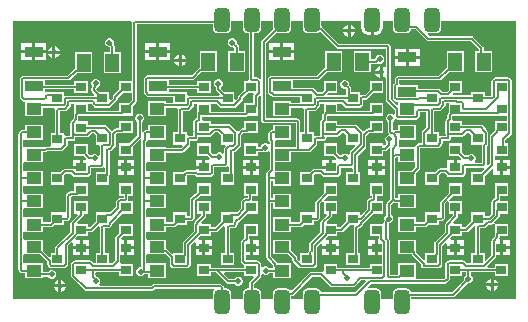
<source format=gbr>
%TF.GenerationSoftware,Altium Limited,Altium Designer,23.5.1 (21)*%
G04 Layer_Physical_Order=1*
G04 Layer_Color=255*
%FSLAX45Y45*%
%MOMM*%
%TF.SameCoordinates,90272B24-A97A-474C-8309-4AF10B7EB36B*%
%TF.FilePolarity,Positive*%
%TF.FileFunction,Copper,L1,Top,Signal*%
%TF.Part,Single*%
G01*
G75*
%TA.AperFunction,ConnectorPad*%
%ADD10R,1.60000X0.90000*%
%TA.AperFunction,SMDPad,CuDef*%
%ADD11R,1.60000X0.90000*%
%ADD12R,1.20000X1.50000*%
%ADD13R,0.90000X0.80000*%
%ADD14R,1.30000X1.00000*%
%TA.AperFunction,Conductor*%
%ADD15C,0.15000*%
%TA.AperFunction,ComponentPad*%
G04:AMPARAMS|DCode=16|XSize=1.3mm|YSize=2mm|CornerRadius=0.325mm|HoleSize=0mm|Usage=FLASHONLY|Rotation=180.000|XOffset=0mm|YOffset=0mm|HoleType=Round|Shape=RoundedRectangle|*
%AMROUNDEDRECTD16*
21,1,1.30000,1.35000,0,0,180.0*
21,1,0.65000,2.00000,0,0,180.0*
1,1,0.65000,-0.32500,0.67500*
1,1,0.65000,0.32500,0.67500*
1,1,0.65000,0.32500,-0.67500*
1,1,0.65000,-0.32500,-0.67500*
%
%ADD16ROUNDEDRECTD16*%
%TA.AperFunction,ViaPad*%
%ADD17C,0.50000*%
G36*
X2477415Y2347500D02*
X2480923Y2329864D01*
X2490913Y2314913D01*
X2505864Y2304922D01*
X2523500Y2301414D01*
X2588500D01*
X2606136Y2304922D01*
X2621087Y2314912D01*
X2622426Y2315044D01*
X2762033Y2175437D01*
X2768715Y2170972D01*
X2776597Y2169404D01*
X2776598Y2169404D01*
X3180617D01*
Y2017253D01*
X3168884Y2012392D01*
X3168549Y2012727D01*
X3152700Y2019292D01*
Y1970000D01*
Y1920708D01*
X3168549Y1927273D01*
X3168884Y1927608D01*
X3180617Y1922748D01*
Y1731287D01*
X3182185Y1723405D01*
X3186650Y1716724D01*
X3254204Y1649169D01*
Y1616183D01*
X3241504Y1610923D01*
X3240466Y1611960D01*
X3226610Y1617700D01*
X3211612D01*
X3197756Y1611960D01*
X3187151Y1601355D01*
X3181411Y1587499D01*
Y1572501D01*
X3187151Y1558645D01*
X3197756Y1548039D01*
X3198516Y1547725D01*
Y1466687D01*
X3200083Y1458805D01*
X3204548Y1452124D01*
X3206271Y1450400D01*
X3203904Y1442427D01*
X3201447Y1437264D01*
X3188645Y1431961D01*
X3178039Y1421355D01*
X3172300Y1407499D01*
Y1392501D01*
X3178039Y1378645D01*
X3182708Y1373976D01*
Y1361305D01*
X3172900Y1351497D01*
X3160200Y1356758D01*
Y1367700D01*
X3044800D01*
Y1262300D01*
X3160200D01*
Y1299404D01*
X3170529D01*
X3178411Y1300972D01*
X3185092Y1305437D01*
X3206025Y1326369D01*
X3213774Y1323863D01*
X3218191Y1320575D01*
Y1250000D01*
Y896105D01*
X3190437Y868350D01*
X3185972Y861669D01*
X3184404Y853787D01*
Y762275D01*
X3183645Y761961D01*
X3173039Y751355D01*
X3167300Y737499D01*
Y722501D01*
X3169737Y716616D01*
X3166382Y711595D01*
X3164815Y703713D01*
Y698489D01*
X3160199Y687700D01*
X3044800D01*
Y582300D01*
X3119404D01*
Y561068D01*
X3115200Y556869D01*
Y485000D01*
Y419600D01*
X3147104D01*
Y347700D01*
X3044800D01*
Y315596D01*
X2770200D01*
Y347700D01*
X2654800D01*
Y288686D01*
X2652675Y286245D01*
X2642100Y279882D01*
X2638513Y280596D01*
X2550000D01*
X2542118Y279028D01*
X2535437Y274563D01*
X2383803Y122930D01*
X2367453Y124540D01*
X2367087Y125087D01*
X2352136Y135077D01*
X2334500Y138585D01*
X2269500D01*
X2251864Y135077D01*
X2236913Y125087D01*
X2226923Y110136D01*
X2223415Y92500D01*
Y50000D01*
X2126585D01*
Y92500D01*
X2123077Y110136D01*
X2113087Y125087D01*
X2098136Y135077D01*
X2080500Y138585D01*
X2063596D01*
Y175901D01*
X2119764Y232069D01*
X2124228Y238751D01*
X2125796Y246633D01*
Y256028D01*
X2138496Y261289D01*
X2141745Y258039D01*
X2155601Y252300D01*
X2170599D01*
X2184456Y258039D01*
X2195061Y268645D01*
X2195376Y269404D01*
X2224800D01*
Y227300D01*
X2380199D01*
Y352700D01*
X2264561D01*
X2264027Y355382D01*
X2259563Y362063D01*
X2210596Y411031D01*
Y859404D01*
X2224749D01*
Y814941D01*
X2380149D01*
Y940341D01*
X2224749D01*
Y900596D01*
X2210596D01*
Y1049404D01*
X2224800D01*
Y1007300D01*
X2380199D01*
Y1132700D01*
X2249120D01*
X2237895Y1141368D01*
Y1207300D01*
X2380199D01*
Y1291904D01*
X2528567D01*
X2536449Y1293472D01*
X2543131Y1297937D01*
X2592263Y1347069D01*
X2596728Y1353751D01*
X2598296Y1361633D01*
Y1389404D01*
X2653787D01*
X2661668Y1390972D01*
X2668350Y1395437D01*
X2672815Y1402118D01*
X2674382Y1410000D01*
X2674083Y1411504D01*
X2682702Y1424204D01*
X2765867D01*
X2773749Y1425772D01*
X2780430Y1430236D01*
X2806898Y1456704D01*
X2826668D01*
X2844800Y1438573D01*
Y1357300D01*
X2917647D01*
X2922507Y1345567D01*
X2880436Y1303496D01*
X2875972Y1296814D01*
X2874404Y1288933D01*
Y1274372D01*
X2861704Y1269112D01*
X2856355Y1274460D01*
X2842499Y1280200D01*
X2827501D01*
X2813645Y1274460D01*
X2804779Y1265595D01*
X2796031D01*
X2770200Y1291427D01*
Y1367700D01*
X2654800D01*
Y1262300D01*
X2741073D01*
X2760273Y1243100D01*
X2755013Y1230400D01*
X2725200D01*
Y1165000D01*
X2712500D01*
Y1152300D01*
X2634847D01*
X2633732Y1150796D01*
X2572700D01*
X2564818Y1149228D01*
X2558137Y1144764D01*
X2536073Y1122700D01*
X2454800D01*
Y1017300D01*
X2570200D01*
Y1098573D01*
X2581231Y1109605D01*
X2625201D01*
X2644569Y1090236D01*
X2651251Y1085772D01*
X2659133Y1084204D01*
X2765867D01*
X2773749Y1085772D01*
X2780430Y1090236D01*
X2792263Y1102069D01*
X2796728Y1108751D01*
X2798296Y1116633D01*
Y1159404D01*
X2886213D01*
X2889404Y1160039D01*
X2900237Y1153363D01*
X2902104Y1151050D01*
Y1122700D01*
X2844800D01*
Y1017300D01*
X2960200D01*
Y1122700D01*
X2943295D01*
Y1261469D01*
X3009962Y1328136D01*
X3009963Y1328137D01*
X3014428Y1334819D01*
X3015996Y1342700D01*
X3015995Y1342701D01*
Y1431469D01*
X3036431Y1451904D01*
X3070000D01*
X3071989Y1452300D01*
X3160200D01*
Y1557700D01*
X3044800D01*
Y1493096D01*
X3027900D01*
X3020018Y1491528D01*
X3013337Y1487063D01*
X2997668Y1471394D01*
X2982450Y1472912D01*
X2981753Y1473441D01*
X2935630Y1519563D01*
X2928949Y1524028D01*
X2921067Y1525596D01*
X2770200D01*
Y1557700D01*
X2693028D01*
X2682028Y1567500D01*
X2682028Y1567501D01*
Y1595401D01*
X2688531Y1601904D01*
X3070000D01*
X3071989Y1602300D01*
X3160200D01*
Y1707700D01*
X3044800D01*
Y1643096D01*
X2770200D01*
Y1703804D01*
X2806001D01*
X2834569Y1675236D01*
X2841251Y1670772D01*
X2849132Y1669204D01*
X2955867D01*
X2963748Y1670772D01*
X2970430Y1675236D01*
X2982263Y1687070D01*
X2986728Y1693751D01*
X2988296Y1701633D01*
Y1737338D01*
X3010433D01*
X3018315Y1738906D01*
X3024996Y1743370D01*
X3073927Y1792300D01*
X3160200D01*
Y1897700D01*
X3044800D01*
Y1821427D01*
X3001902Y1778529D01*
X2976487D01*
X2972900Y1777816D01*
X2962324Y1784179D01*
X2960200Y1786619D01*
Y1802700D01*
X2885595D01*
Y1832825D01*
X2884028Y1840707D01*
X2879563Y1847388D01*
X2869248Y1857703D01*
X2870200Y1860001D01*
Y1874999D01*
X2864461Y1888855D01*
X2853855Y1899461D01*
X2839999Y1905200D01*
X2825001D01*
X2811145Y1899461D01*
X2800539Y1888855D01*
X2794800Y1874999D01*
Y1860001D01*
X2800539Y1846145D01*
X2811145Y1835539D01*
X2825001Y1829800D01*
X2838898D01*
X2844404Y1824294D01*
Y1782500D01*
X2835910Y1772695D01*
X2688309D01*
X2683274Y1784301D01*
X2689777Y1792300D01*
X2770200D01*
Y1897700D01*
X2654800D01*
Y1816427D01*
X2638768Y1800395D01*
X2604798D01*
X2573130Y1832063D01*
X2566449Y1836528D01*
X2558567Y1838096D01*
X2392700D01*
Y1899605D01*
X2602559D01*
X2610441Y1901172D01*
X2617123Y1905637D01*
X2680766Y1969281D01*
X2687235D01*
X2689225Y1969677D01*
X2812435D01*
Y2145076D01*
X2667036D01*
Y2009438D01*
X2664354Y2008904D01*
X2657672Y2004440D01*
X2657672Y2004439D01*
X2594028Y1940796D01*
X2220384D01*
X2220382Y1940796D01*
X2211633D01*
X2203751Y1939228D01*
X2197070Y1934764D01*
X2185236Y1922931D01*
X2180772Y1916249D01*
X2179204Y1908367D01*
Y1801633D01*
X2180772Y1793751D01*
X2185236Y1787070D01*
X2197070Y1775236D01*
X2203751Y1770772D01*
X2210345Y1769461D01*
X2214569Y1765236D01*
X2221251Y1760772D01*
X2229132Y1759204D01*
X2454800D01*
Y1720302D01*
X2447500Y1710596D01*
X2380199D01*
Y1722700D01*
X2224800D01*
Y1597300D01*
X2380199D01*
Y1669404D01*
X2446694D01*
X2447700Y1669204D01*
X2477833D01*
X2480147Y1667337D01*
X2486823Y1656504D01*
X2486188Y1653313D01*
Y1462700D01*
X2457379D01*
Y1548713D01*
X2455811Y1556595D01*
X2451347Y1563277D01*
X2442560Y1572063D01*
X2435878Y1576528D01*
X2427997Y1578096D01*
X2165596D01*
Y2214469D01*
X2255355Y2304228D01*
X2269500Y2301414D01*
X2334500D01*
X2352136Y2304922D01*
X2367087Y2314913D01*
X2377077Y2329864D01*
X2380585Y2347500D01*
Y2400000D01*
X2477415D01*
Y2347500D01*
D02*
G37*
G36*
X1969415D02*
X1972923Y2329864D01*
X1982913Y2314913D01*
X1997864Y2304922D01*
X2015500Y2301414D01*
X2019404D01*
Y1913987D01*
X2020118Y1910400D01*
X2013755Y1899824D01*
X2011314Y1897700D01*
X1982300D01*
Y1821427D01*
X1933370Y1772497D01*
X1928905Y1765815D01*
X1927338Y1757933D01*
Y1752897D01*
X1909433Y1734992D01*
X1897700Y1739853D01*
Y1802700D01*
X1811427D01*
X1785583Y1828544D01*
X1781356Y1840540D01*
X1791961Y1851145D01*
X1797700Y1865001D01*
Y1879999D01*
X1791961Y1893855D01*
X1781355Y1904461D01*
X1767499Y1910200D01*
X1752501D01*
X1738645Y1904461D01*
X1728039Y1893855D01*
X1722300Y1879999D01*
Y1865001D01*
X1728039Y1851145D01*
X1738645Y1840539D01*
X1739404Y1840225D01*
Y1825000D01*
X1740972Y1817118D01*
X1745437Y1810437D01*
X1772578Y1783296D01*
X1767317Y1770596D01*
X1513987D01*
X1510400Y1769882D01*
X1499824Y1776245D01*
X1497700Y1778686D01*
Y1802700D01*
X1382300D01*
Y1800596D01*
X1342700D01*
Y1824405D01*
X1582300D01*
Y1792300D01*
X1697700D01*
Y1897700D01*
X1582300D01*
Y1865596D01*
X1342700D01*
Y1903820D01*
X1545535D01*
X1553417Y1905388D01*
X1560098Y1909853D01*
X1619526Y1969281D01*
X1625995D01*
X1627985Y1969677D01*
X1751195D01*
Y2145076D01*
X1605795D01*
Y2009438D01*
X1603114Y2008904D01*
X1596432Y2004440D01*
X1537004Y1945012D01*
X1166254D01*
X1166253Y1945012D01*
X1158371Y1943444D01*
X1151690Y1938979D01*
X1148288Y1935578D01*
X1147070Y1934764D01*
X1135236Y1922931D01*
X1130772Y1916249D01*
X1129204Y1908367D01*
Y1801633D01*
X1129404Y1800627D01*
Y1800268D01*
X1130972Y1792387D01*
X1135437Y1785705D01*
X1155705Y1765437D01*
X1162387Y1760972D01*
X1170268Y1759404D01*
X1382300D01*
Y1710395D01*
X1351006D01*
X1350000Y1710596D01*
X1317700D01*
Y1722700D01*
X1162300D01*
Y1597300D01*
X1317700D01*
Y1669404D01*
X1349194D01*
X1350200Y1669204D01*
X1411050D01*
X1413363Y1667337D01*
X1420039Y1656504D01*
X1419404Y1653313D01*
Y1462700D01*
X1382300D01*
Y1357300D01*
X1455147D01*
X1460007Y1345567D01*
X1445036Y1330596D01*
X1317700D01*
Y1332700D01*
X1163296D01*
X1162300Y1332700D01*
X1150596Y1335104D01*
Y1377086D01*
X1157464Y1383954D01*
X1161928Y1390636D01*
X1163254Y1397300D01*
X1317700D01*
Y1522700D01*
X1162300D01*
Y1480595D01*
X1151687D01*
X1143805Y1479028D01*
X1137124Y1474563D01*
X1128337Y1465776D01*
X1128296Y1465715D01*
X1115596Y1469567D01*
Y1547725D01*
X1116355Y1548039D01*
X1126961Y1558645D01*
X1132700Y1572501D01*
Y1587499D01*
X1126961Y1601355D01*
X1116355Y1611960D01*
X1102499Y1617700D01*
X1087501D01*
X1073645Y1611960D01*
X1063040Y1601355D01*
X1057300Y1587499D01*
Y1572501D01*
X1063040Y1558645D01*
X1073645Y1548039D01*
X1074405Y1547725D01*
Y1433531D01*
X1008573Y1367700D01*
X922300D01*
Y1262300D01*
X1037700D01*
Y1338573D01*
X1101885Y1402758D01*
X1111750Y1394662D01*
X1110972Y1393499D01*
X1109404Y1385617D01*
Y1061213D01*
Y871213D01*
Y318100D01*
X1095601D01*
X1081745Y312361D01*
X1071140Y301755D01*
X1065400Y287899D01*
Y272901D01*
X1071140Y259045D01*
X1081745Y248439D01*
X1095601Y242700D01*
X1110599D01*
X1124455Y248439D01*
X1135061Y259045D01*
X1135210Y259404D01*
X1162300D01*
Y227300D01*
X1317700D01*
Y352700D01*
X1162300D01*
Y352700D01*
X1150596Y355104D01*
Y424896D01*
X1162300Y427300D01*
X1163296Y427300D01*
X1315483D01*
X1350140Y392642D01*
Y345697D01*
X1351708Y337815D01*
X1356173Y331133D01*
X1372069Y315236D01*
X1378751Y310772D01*
X1386633Y309204D01*
X1493367D01*
X1501249Y310772D01*
X1507930Y315236D01*
X1522263Y329569D01*
X1526728Y336251D01*
X1528295Y344132D01*
Y499169D01*
X1557867Y528740D01*
X1569600Y523880D01*
Y497700D01*
X1627300D01*
Y550400D01*
X1596120D01*
X1591260Y562133D01*
X1611427Y582300D01*
X1697700D01*
Y614404D01*
X1740000D01*
X1747881Y615972D01*
X1754563Y620437D01*
X1802802Y668676D01*
X1804653Y669493D01*
X1809005Y668727D01*
X1819404Y659800D01*
Y442700D01*
X1782300D01*
Y337300D01*
X1897700D01*
Y442700D01*
X1860595D01*
Y649204D01*
X1893367D01*
X1901249Y650772D01*
X1907930Y655236D01*
X1919763Y667070D01*
X1924228Y673751D01*
X1925796Y681633D01*
Y691469D01*
X1960908Y726581D01*
X1964131Y727222D01*
X1970813Y731687D01*
X2011427Y772300D01*
X2097700D01*
Y877700D01*
X2058686D01*
X2056245Y879825D01*
X2049882Y890400D01*
X2050596Y893987D01*
Y922300D01*
X2097700D01*
Y1027700D01*
X1982300D01*
Y922300D01*
X2009404D01*
Y905796D01*
X1986633D01*
X1978751Y904228D01*
X1972069Y899764D01*
X1960236Y887931D01*
X1955772Y881249D01*
X1954204Y873367D01*
Y817304D01*
X1919996Y783096D01*
X1872500D01*
X1870510Y782700D01*
X1782300D01*
Y706427D01*
X1731469Y655596D01*
X1697700D01*
Y687700D01*
X1623420D01*
X1618560Y699433D01*
X1654563Y735437D01*
X1659028Y742118D01*
X1660596Y750000D01*
Y772300D01*
X1697700D01*
Y877700D01*
X1582300D01*
Y772300D01*
X1619404D01*
Y758531D01*
X1565437Y704563D01*
X1562552Y700246D01*
X1560236Y697931D01*
X1555772Y691249D01*
X1554204Y683367D01*
Y623331D01*
X1465436Y534563D01*
X1460972Y527882D01*
X1459404Y520000D01*
Y442700D01*
X1382300D01*
Y435330D01*
X1370567Y430469D01*
X1333276Y467760D01*
X1326595Y472224D01*
X1318713Y473792D01*
X1317700D01*
Y552700D01*
X1163296D01*
X1162300Y552700D01*
X1150596Y555104D01*
Y614896D01*
X1162300Y617300D01*
X1163296Y617300D01*
X1317700D01*
Y659404D01*
X1385000D01*
X1392881Y660972D01*
X1399563Y665437D01*
X1411427Y677300D01*
X1497700D01*
Y709404D01*
X1531213D01*
X1539095Y710972D01*
X1545776Y715437D01*
X1554563Y724224D01*
X1559028Y730905D01*
X1560596Y738787D01*
Y881469D01*
X1574781Y895654D01*
X1576250D01*
X1584132Y897222D01*
X1590813Y901687D01*
X1611427Y922300D01*
X1697700D01*
Y1027700D01*
X1582300D01*
Y951427D01*
X1567719Y936845D01*
X1566250D01*
X1558368Y935278D01*
X1551687Y930813D01*
X1525437Y904563D01*
X1520972Y897882D01*
X1519404Y890000D01*
Y750596D01*
X1497700D01*
Y782700D01*
X1382300D01*
Y706427D01*
X1376469Y700596D01*
X1317700D01*
Y742700D01*
X1163296D01*
X1162300Y742700D01*
X1150596Y745104D01*
Y814896D01*
X1162300Y817300D01*
Y817300D01*
X1317700D01*
Y942700D01*
X1162300D01*
Y942700D01*
X1150596Y945104D01*
Y1004896D01*
X1162300Y1007300D01*
Y1007300D01*
X1317700D01*
Y1132700D01*
X1162300D01*
Y1132700D01*
X1150596Y1135104D01*
Y1204896D01*
X1162300Y1207300D01*
X1163296Y1207300D01*
X1317700D01*
Y1289404D01*
X1453567D01*
X1461449Y1290972D01*
X1468131Y1295437D01*
X1519764Y1347069D01*
X1524228Y1353751D01*
X1525796Y1361633D01*
Y1389404D01*
X1570000D01*
X1577882Y1390972D01*
X1584563Y1395437D01*
X1589028Y1402118D01*
X1590595Y1410000D01*
Y1424204D01*
X1693367D01*
X1701249Y1425772D01*
X1707931Y1430236D01*
X1737098Y1459404D01*
X1761469D01*
X1782300Y1438573D01*
Y1357300D01*
X1820213D01*
X1825473Y1344600D01*
X1815437Y1334563D01*
X1810972Y1327882D01*
X1809404Y1320000D01*
Y1284372D01*
X1796704Y1279111D01*
X1791355Y1284460D01*
X1777499Y1290200D01*
X1762501D01*
X1748645Y1284460D01*
X1738039Y1273855D01*
X1737725Y1273095D01*
X1716031D01*
X1697700Y1291426D01*
Y1367700D01*
X1582300D01*
Y1262300D01*
X1668573D01*
X1687773Y1243100D01*
X1682513Y1230400D01*
X1652701D01*
Y1165000D01*
X1640001D01*
Y1152300D01*
X1569600D01*
Y1138963D01*
X1488368D01*
X1488367Y1138963D01*
X1480485Y1137395D01*
X1473804Y1132930D01*
X1463573Y1122700D01*
X1382300D01*
Y1017300D01*
X1497700D01*
Y1097771D01*
X1564534D01*
X1572069Y1090236D01*
X1578751Y1085772D01*
X1586633Y1084204D01*
X1693367D01*
X1701249Y1085772D01*
X1707931Y1090236D01*
X1719764Y1102069D01*
X1724228Y1108751D01*
X1725796Y1116633D01*
Y1167238D01*
X1821213D01*
X1829095Y1168806D01*
X1835776Y1173270D01*
X1836704Y1174198D01*
X1849404Y1168937D01*
Y1122700D01*
X1782300D01*
Y1017300D01*
X1897700D01*
Y1122700D01*
X1890595D01*
Y1292521D01*
X1895858D01*
X1903739Y1294089D01*
X1910421Y1298553D01*
X1947463Y1335596D01*
X1951928Y1342277D01*
X1953496Y1350159D01*
X1953496Y1350160D01*
Y1431469D01*
X1973931Y1451904D01*
X2007500D01*
X2009490Y1452300D01*
X2097700D01*
Y1557700D01*
X1982300D01*
Y1493096D01*
X1965400D01*
X1957519Y1491528D01*
X1950837Y1487063D01*
X1935168Y1471394D01*
X1919763Y1472931D01*
X1868131Y1524563D01*
X1861449Y1529028D01*
X1853567Y1530596D01*
X1697700D01*
Y1557700D01*
X1630187D01*
X1620595Y1570000D01*
Y1594404D01*
X1995000D01*
X2002881Y1595972D01*
X2009563Y1600436D01*
X2011427Y1602300D01*
X2097700D01*
Y1685510D01*
X2098096Y1687500D01*
Y1760402D01*
X2111704Y1774010D01*
X2124404Y1768750D01*
Y1566287D01*
X2125972Y1558405D01*
X2130437Y1551724D01*
X2139224Y1542937D01*
X2145905Y1538472D01*
X2153787Y1536904D01*
X2416188D01*
Y1333096D01*
X2345000D01*
X2343010Y1332700D01*
X2237918D01*
Y1384245D01*
X2237919Y1384247D01*
X2237848Y1384600D01*
X2247007Y1397300D01*
X2380199D01*
Y1522700D01*
X2224800D01*
Y1480595D01*
X2215000D01*
X2207118Y1479028D01*
X2200436Y1474563D01*
X2191649Y1465776D01*
X2187185Y1459095D01*
X2185617Y1451213D01*
Y1395357D01*
X2187185Y1387475D01*
X2191649Y1380793D01*
X2196721Y1375722D01*
X2195553Y1363502D01*
X2184027Y1358728D01*
X2180778Y1361977D01*
X2166922Y1367716D01*
X2151924D01*
X2138067Y1361977D01*
X2127462Y1351371D01*
X2121723Y1337515D01*
Y1335595D01*
X2097700D01*
Y1367700D01*
X1982300D01*
Y1262300D01*
X2097700D01*
Y1294404D01*
X2134936D01*
X2142817Y1295972D01*
X2142924Y1296044D01*
X2151924Y1292316D01*
X2166922D01*
X2180778Y1298056D01*
X2184004Y1301281D01*
X2196704Y1296021D01*
Y1149899D01*
X2175437Y1128632D01*
X2170972Y1121950D01*
X2169404Y1114068D01*
Y1065000D01*
Y871213D01*
Y402500D01*
X2170972Y394618D01*
X2175437Y387936D01*
X2224404Y338969D01*
Y332500D01*
X2224800Y330510D01*
Y310596D01*
X2195376D01*
X2195061Y311355D01*
X2184456Y321960D01*
X2170599Y327700D01*
X2155601D01*
X2141745Y321960D01*
X2138496Y318711D01*
X2125796Y323972D01*
Y343367D01*
X2124228Y351249D01*
X2119764Y357930D01*
X2107931Y369764D01*
X2101249Y374228D01*
X2093367Y375796D01*
X1997318D01*
X1995395Y377718D01*
Y419600D01*
X2027299D01*
Y485001D01*
Y556870D01*
X2023096Y561068D01*
Y582300D01*
X2097700D01*
Y687700D01*
X1982300D01*
Y604490D01*
X1981904Y602500D01*
Y569598D01*
X1960236Y547931D01*
X1955772Y541249D01*
X1954204Y533367D01*
Y369187D01*
X1955772Y361306D01*
X1960236Y354624D01*
X1974223Y340638D01*
X1974223Y340637D01*
X1980905Y336172D01*
X1982300Y335895D01*
Y315596D01*
X1697700D01*
Y347700D01*
X1582300D01*
Y242300D01*
X1697700D01*
Y274404D01*
X1741469D01*
X1830436Y185437D01*
X1837118Y180972D01*
X1845000Y179405D01*
X1897725D01*
X1898039Y178645D01*
X1908645Y168040D01*
X1922501Y162300D01*
X1937499D01*
X1951355Y168040D01*
X1961961Y178645D01*
X1967700Y192501D01*
Y207499D01*
X1961961Y221355D01*
X1951355Y231961D01*
X1937499Y237700D01*
X1922501D01*
X1908645Y231961D01*
X1898039Y221355D01*
X1897725Y220596D01*
X1853531D01*
X1811455Y262671D01*
X1816316Y274404D01*
X1982300D01*
Y242300D01*
X2055147D01*
X2060008Y230567D01*
X2028437Y198996D01*
X2023972Y192314D01*
X2022404Y184432D01*
Y138585D01*
X2015500D01*
X1997864Y135077D01*
X1982913Y125087D01*
X1972923Y110136D01*
X1969415Y92500D01*
Y50000D01*
X1872585D01*
Y92500D01*
X1869077Y110136D01*
X1859087Y125087D01*
X1844136Y135077D01*
X1826500Y138585D01*
X1809596D01*
Y147500D01*
X1808028Y155381D01*
X1803563Y162063D01*
X1794776Y170850D01*
X1788095Y175315D01*
X1780213Y176882D01*
X1217266D01*
X1209384Y175315D01*
X1202703Y170850D01*
X1202702Y170849D01*
X1194148Y162296D01*
X758972D01*
X753711Y174996D01*
X756961Y178245D01*
X762700Y192101D01*
Y207099D01*
X756961Y220955D01*
X746355Y231561D01*
X732499Y237300D01*
X725898D01*
X722690Y240508D01*
Y254476D01*
X721253Y261704D01*
X721212Y262645D01*
X724867Y274404D01*
X922300D01*
Y242300D01*
X1037700D01*
Y347700D01*
X935479D01*
X928690Y360400D01*
X929028Y360905D01*
X930596Y368787D01*
Y419600D01*
X967300D01*
Y485000D01*
Y550400D01*
X942487D01*
X937227Y563100D01*
X956427Y582300D01*
X1037700D01*
Y687700D01*
X922300D01*
Y606427D01*
X895437Y579563D01*
X890972Y572882D01*
X889404Y565000D01*
Y377318D01*
X862482Y350395D01*
X837700D01*
Y442700D01*
X800595D01*
Y649204D01*
X833367D01*
X841249Y650772D01*
X847930Y655236D01*
X859764Y667070D01*
X864228Y673751D01*
X865796Y681633D01*
Y686669D01*
X951427Y772300D01*
X1037700D01*
Y877700D01*
X1008686D01*
X1006245Y879825D01*
X999882Y890400D01*
X1000596Y893987D01*
Y922300D01*
X1037700D01*
Y1027700D01*
X922300D01*
Y922300D01*
X959404D01*
Y905796D01*
X926633D01*
X918751Y904228D01*
X912070Y899764D01*
X900236Y887931D01*
X895772Y881249D01*
X894204Y873367D01*
Y828531D01*
X848769Y783096D01*
X807500D01*
X805510Y782700D01*
X722300D01*
Y706427D01*
X671469Y655596D01*
X657700D01*
Y687700D01*
X573420D01*
X568560Y699433D01*
X614563Y745436D01*
X614563Y745437D01*
X619028Y752118D01*
X620596Y760000D01*
X620596Y760001D01*
Y772300D01*
X657700D01*
Y877700D01*
X542300D01*
Y772300D01*
X565213D01*
X570474Y759600D01*
X515437Y704563D01*
X510972Y697882D01*
X509404Y690000D01*
Y618531D01*
X385437Y494563D01*
X380972Y487881D01*
X379404Y480000D01*
Y442700D01*
X342300D01*
Y408420D01*
X330567Y403560D01*
X277700Y456427D01*
Y552700D01*
X123296D01*
X122300Y552700D01*
X110595Y555103D01*
Y614897D01*
X122300Y617300D01*
X123296Y617300D01*
X277700D01*
Y659404D01*
X345000D01*
X352881Y660972D01*
X359563Y665437D01*
X371427Y677300D01*
X457700D01*
Y709404D01*
X480000D01*
X487882Y710972D01*
X494563Y715437D01*
X504563Y725436D01*
X504563Y725437D01*
X509028Y732118D01*
X510596Y740000D01*
X510596Y740001D01*
Y911469D01*
X521031Y921904D01*
X567500D01*
X569490Y922300D01*
X657700D01*
Y1027700D01*
X542300D01*
Y963095D01*
X512500D01*
X504618Y961528D01*
X497937Y957063D01*
X475437Y934563D01*
X470972Y927882D01*
X469404Y920000D01*
Y785103D01*
X457700Y782700D01*
Y782700D01*
X342300D01*
Y706427D01*
X336469Y700596D01*
X277700D01*
Y742700D01*
X123296D01*
X122300Y742700D01*
X110595Y745103D01*
Y814897D01*
X122300Y817300D01*
Y817300D01*
X277700D01*
Y942700D01*
X122300D01*
Y942700D01*
X110595Y945103D01*
Y1004897D01*
X122300Y1007300D01*
Y1007300D01*
X277700D01*
Y1132700D01*
X122300D01*
Y1132700D01*
X110595Y1135103D01*
Y1204897D01*
X122300Y1207300D01*
X123296Y1207300D01*
X277700D01*
Y1291904D01*
X292500D01*
X300382Y1293472D01*
X307063Y1297937D01*
X308531Y1299404D01*
X428567D01*
X436449Y1300972D01*
X443130Y1305437D01*
X479763Y1342069D01*
X479763Y1342069D01*
X484228Y1348751D01*
X485796Y1356633D01*
X485796Y1356634D01*
Y1389404D01*
X530000D01*
X537882Y1390972D01*
X544563Y1395437D01*
X549028Y1402118D01*
X550596Y1410000D01*
Y1419204D01*
X653367D01*
X661249Y1420772D01*
X667930Y1425236D01*
X694398Y1451704D01*
X709169D01*
X722300Y1438573D01*
Y1357300D01*
X751314D01*
X753755Y1355176D01*
X760118Y1344600D01*
X759404Y1341013D01*
Y1268009D01*
X746704Y1264112D01*
X738855Y1271961D01*
X724999Y1277700D01*
X710001D01*
X696145Y1271961D01*
X689779Y1265595D01*
X678531D01*
X657700Y1286427D01*
Y1362700D01*
X542300D01*
Y1257300D01*
X628573D01*
X642773Y1243100D01*
X637513Y1230400D01*
X612701D01*
Y1165000D01*
X600001D01*
Y1152300D01*
X522348D01*
X521232Y1150796D01*
X460200D01*
X452319Y1149228D01*
X445637Y1144764D01*
X423573Y1122700D01*
X342300D01*
Y1017300D01*
X457700D01*
Y1098573D01*
X468731Y1109605D01*
X512701D01*
X532070Y1090236D01*
X538751Y1085772D01*
X546633Y1084204D01*
X653367D01*
X661249Y1085772D01*
X667931Y1090236D01*
X679764Y1102069D01*
X684228Y1108751D01*
X685796Y1116633D01*
Y1156904D01*
X771213D01*
X779095Y1158472D01*
X785776Y1162937D01*
X786704Y1163865D01*
X799404Y1158604D01*
Y1122700D01*
X722300D01*
Y1017300D01*
X837700D01*
Y1100131D01*
X839028Y1102118D01*
X840596Y1110000D01*
X840595Y1110001D01*
Y1301504D01*
X844841D01*
X852722Y1303072D01*
X859404Y1307536D01*
X887464Y1335596D01*
X891928Y1342277D01*
X893496Y1350159D01*
Y1441469D01*
X903931Y1451904D01*
X947500D01*
X949490Y1452300D01*
X1037700D01*
Y1557700D01*
X922300D01*
Y1493096D01*
X895400D01*
X887519Y1491528D01*
X880837Y1487063D01*
X866082Y1472308D01*
X859764Y1472931D01*
X818131Y1514563D01*
X811449Y1519028D01*
X803567Y1520596D01*
X657700D01*
Y1552700D01*
X584441D01*
X581593Y1555687D01*
X576113Y1565400D01*
X577028Y1570000D01*
X577028Y1570001D01*
Y1601904D01*
X947500D01*
X949490Y1602300D01*
X1037700D01*
Y1683573D01*
X1064563Y1710436D01*
X1064563Y1710437D01*
X1069028Y1717118D01*
X1070596Y1725000D01*
Y2378191D01*
X1715415D01*
Y2347500D01*
X1718923Y2329864D01*
X1728913Y2314913D01*
X1743864Y2304922D01*
X1761500Y2301414D01*
X1826500D01*
X1844136Y2304922D01*
X1859087Y2314913D01*
X1869077Y2329864D01*
X1872585Y2347500D01*
Y2400000D01*
X1969415D01*
Y2347500D01*
D02*
G37*
G36*
X3076699Y2288466D02*
X3096500D01*
X3119092Y2292959D01*
X3138243Y2305756D01*
X3151040Y2324908D01*
X3155534Y2347500D01*
Y2400000D01*
X3239415D01*
Y2347500D01*
X3242923Y2329864D01*
X3252913Y2314913D01*
X3267864Y2304922D01*
X3285500Y2301414D01*
X3350500D01*
X3368136Y2304922D01*
X3383087Y2314913D01*
X3393077Y2329864D01*
X3393981Y2334404D01*
X3430979D01*
X3525373Y2240010D01*
X3525374Y2240009D01*
X3532056Y2235545D01*
X3539937Y2233977D01*
X3539939Y2233977D01*
X3898109D01*
X3969404Y2162682D01*
Y2147700D01*
X3937300D01*
Y1972300D01*
X4082700D01*
Y2147700D01*
X4010595D01*
Y2171213D01*
X4009028Y2179095D01*
X4004563Y2185776D01*
X3921203Y2269136D01*
X3914522Y2273601D01*
X3906640Y2275168D01*
X3548468D01*
X3534096Y2289541D01*
X3538799Y2299873D01*
X3540183Y2301414D01*
X3604500D01*
X3622136Y2304922D01*
X3637087Y2314913D01*
X3647077Y2329864D01*
X3650585Y2347500D01*
Y2400000D01*
X4280000D01*
Y50000D01*
X3396585D01*
Y64404D01*
X3745000D01*
X3752882Y65972D01*
X3759563Y70437D01*
X3871741Y182615D01*
X3872501Y182300D01*
X3887499D01*
X3901355Y188039D01*
X3911960Y198645D01*
X3917700Y212501D01*
Y227499D01*
X3911960Y241355D01*
X3901355Y251960D01*
X3900595Y252275D01*
Y274404D01*
X4101400D01*
Y242300D01*
X4216800D01*
Y347700D01*
X4101400D01*
Y315595D01*
X4043983D01*
X4039122Y327328D01*
X4108463Y396669D01*
X4112928Y403351D01*
X4114495Y411232D01*
Y419600D01*
X4146400D01*
Y485000D01*
Y551401D01*
X4140514Y563100D01*
X4141528Y564618D01*
X4143096Y572500D01*
Y582300D01*
X4217700D01*
Y687700D01*
X4103961D01*
X4096154Y697854D01*
X4137062Y738762D01*
X4137063Y738763D01*
X4141528Y745445D01*
X4143095Y753326D01*
Y772300D01*
X4217700D01*
Y877700D01*
X4154858D01*
X4148032Y887745D01*
X4147428Y890400D01*
X4148724Y896916D01*
Y922300D01*
X4217700D01*
Y1027700D01*
X4102300D01*
Y922300D01*
X4107533D01*
Y909820D01*
X4103551Y909028D01*
X4096869Y904563D01*
X4096869Y904563D01*
X4080236Y887930D01*
X4075772Y881249D01*
X4074204Y873367D01*
Y773331D01*
X4051469Y750595D01*
X4017700D01*
Y782700D01*
X3902300D01*
Y706426D01*
X3851469Y655595D01*
X3827700D01*
Y687700D01*
X3753420D01*
X3748560Y699433D01*
X3784563Y735436D01*
X3784563Y735437D01*
X3789028Y742118D01*
X3790596Y750000D01*
X3790596Y750001D01*
Y772300D01*
X3827700D01*
Y877700D01*
X3721898Y877700D01*
X3721407D01*
X3721406D01*
X3719788Y877700D01*
X3718643Y880463D01*
X3714527Y890400D01*
X3746427Y922300D01*
X3827700D01*
Y1027700D01*
X3712300D01*
Y946426D01*
X3645436Y879563D01*
X3640972Y872881D01*
X3639404Y865000D01*
Y785104D01*
X3627700Y782700D01*
Y782700D01*
X3512300D01*
Y706427D01*
X3506469Y700596D01*
X3437700D01*
Y742700D01*
X3282300D01*
Y617300D01*
X3437700D01*
Y659404D01*
X3515000D01*
X3522882Y660972D01*
X3529563Y665437D01*
X3541427Y677300D01*
X3627700D01*
Y709404D01*
X3651213D01*
X3659095Y710972D01*
X3665776Y715436D01*
X3674563Y724223D01*
X3679028Y730905D01*
X3680595Y738787D01*
Y856468D01*
X3699600Y875473D01*
X3712300Y870212D01*
X3712300Y868594D01*
X3712300Y868593D01*
X3712300Y868102D01*
Y772300D01*
X3749404D01*
Y758531D01*
X3685437Y694563D01*
X3680972Y687882D01*
X3679404Y680000D01*
Y618531D01*
X3595437Y534563D01*
X3590972Y527882D01*
X3589404Y520000D01*
Y442699D01*
X3511230D01*
Y384490D01*
X3499497Y379630D01*
X3438095Y441031D01*
Y447500D01*
X3437700Y449490D01*
Y552700D01*
X3282300D01*
Y427300D01*
X3397939D01*
X3398472Y424618D01*
X3402937Y417937D01*
X3479404Y341469D01*
Y330000D01*
X3480972Y322118D01*
X3485437Y315437D01*
X3492118Y310972D01*
X3500000Y309404D01*
X3514554D01*
X3515563Y309204D01*
X3622297D01*
X3630179Y310771D01*
X3636860Y315236D01*
X3652263Y330639D01*
X3656728Y337320D01*
X3658295Y345202D01*
Y494168D01*
X3686797Y522670D01*
X3698530Y517810D01*
Y497700D01*
X3756230D01*
Y550399D01*
X3731120D01*
X3726260Y562133D01*
X3746427Y582300D01*
X3827700D01*
Y614404D01*
X3860000D01*
X3867882Y615972D01*
X3874563Y620436D01*
X3923295Y669168D01*
X3938267Y666180D01*
X3939218Y664600D01*
X3938504Y661013D01*
Y442700D01*
X3901400D01*
Y350395D01*
X3870901D01*
X3851533Y369763D01*
X3844851Y374228D01*
X3836969Y375795D01*
X3715563D01*
X3707681Y374228D01*
X3700999Y369763D01*
X3689166Y357930D01*
X3684702Y351248D01*
X3683134Y343367D01*
Y230491D01*
X3673239Y220596D01*
X3447623D01*
X3437700Y227300D01*
Y352700D01*
X3282300D01*
Y252685D01*
X3215996D01*
Y544841D01*
X3214428Y552723D01*
X3209963Y559404D01*
X3206006Y563362D01*
Y692300D01*
X3212499D01*
X3226355Y698039D01*
X3236961Y708645D01*
X3242700Y722501D01*
Y737499D01*
X3236961Y751355D01*
X3226355Y761961D01*
X3225596Y762275D01*
Y845256D01*
X3245154Y864815D01*
X3250905Y860972D01*
X3258787Y859404D01*
X3282300D01*
Y817300D01*
X3437700D01*
Y942700D01*
X3282300D01*
Y900596D01*
X3267318D01*
X3265776Y902137D01*
X3259382Y906409D01*
Y1241469D01*
X3267318Y1249404D01*
X3282300D01*
Y1207300D01*
X3429404D01*
Y1168531D01*
X3402937Y1142063D01*
X3398472Y1135382D01*
X3397939Y1132700D01*
X3282300D01*
Y1007300D01*
X3437700D01*
Y1110510D01*
X3438095Y1112500D01*
Y1118969D01*
X3464563Y1145437D01*
X3469028Y1152118D01*
X3470596Y1160000D01*
Y1328191D01*
X3622354D01*
X3630236Y1329759D01*
X3636918Y1334223D01*
X3654563Y1351869D01*
X3659028Y1358551D01*
X3660595Y1366432D01*
Y1389404D01*
X3710000D01*
X3717882Y1390972D01*
X3724563Y1395437D01*
X3729028Y1402118D01*
X3730596Y1410000D01*
Y1424204D01*
X3823367D01*
X3831249Y1425772D01*
X3837931Y1430236D01*
X3864399Y1456704D01*
X3884169D01*
X3902300Y1438573D01*
Y1357300D01*
X3989589D01*
X3994404Y1351432D01*
Y1203096D01*
X3938572D01*
X3933311Y1215796D01*
X3936561Y1219045D01*
X3942300Y1232901D01*
Y1247899D01*
X3936561Y1261755D01*
X3925955Y1272361D01*
X3912099Y1278100D01*
X3897101D01*
X3883245Y1272361D01*
X3878176Y1267292D01*
X3851834D01*
X3827700Y1291427D01*
Y1367700D01*
X3712300D01*
Y1262300D01*
X3798573D01*
X3817773Y1243100D01*
X3812513Y1230400D01*
X3782700D01*
Y1165001D01*
X3757300D01*
Y1230400D01*
X3699600D01*
Y1164608D01*
X3686900Y1155503D01*
X3686433Y1155596D01*
X3635001D01*
X3635000Y1155596D01*
X3627118Y1154028D01*
X3620437Y1149563D01*
X3593573Y1122700D01*
X3512300D01*
Y1017300D01*
X3627700D01*
Y1098573D01*
X3643531Y1114404D01*
X3677901D01*
X3702069Y1090237D01*
X3702070Y1090236D01*
X3708751Y1085772D01*
X3716633Y1084204D01*
X3716634Y1084204D01*
X3823367D01*
X3831249Y1085772D01*
X3837931Y1090236D01*
X3849764Y1102069D01*
X3854228Y1108751D01*
X3855796Y1116633D01*
Y1161904D01*
X4006213D01*
X4010712Y1162799D01*
X4017528Y1151655D01*
X3988573Y1122700D01*
X3902300D01*
Y1017300D01*
X4017700D01*
Y1093573D01*
X4077867Y1153740D01*
X4089600Y1148880D01*
Y1099600D01*
X4147301D01*
Y1165000D01*
Y1230400D01*
X4100596D01*
Y1250306D01*
X4102300Y1262300D01*
X4217700D01*
Y1367700D01*
X4190596D01*
Y1395182D01*
X4212186Y1416773D01*
X4212266Y1416789D01*
X4218947Y1421253D01*
X4239763Y1442069D01*
X4239764Y1442070D01*
X4244228Y1448751D01*
X4245796Y1456633D01*
Y1893367D01*
X4244228Y1901249D01*
X4239764Y1907930D01*
X4227931Y1919763D01*
X4221249Y1924228D01*
X4213367Y1925796D01*
X4106633D01*
X4098751Y1924228D01*
X4092070Y1919763D01*
X4080236Y1907930D01*
X4075772Y1901249D01*
X4074204Y1893367D01*
Y1772504D01*
X4072295Y1770595D01*
X4017700D01*
Y1802700D01*
X3924489D01*
X3922500Y1803095D01*
X3920510Y1802700D01*
X3902300D01*
Y1784489D01*
X3901904Y1782500D01*
X3891606Y1775396D01*
X3755896D01*
X3749534Y1788096D01*
X3752678Y1792300D01*
X3827700D01*
Y1897700D01*
X3712300D01*
Y1816427D01*
X3698969Y1803096D01*
X3659598D01*
X3637930Y1824764D01*
X3631249Y1829228D01*
X3623367Y1830796D01*
X3452700D01*
Y1862700D01*
X3306078D01*
X3295395Y1873367D01*
Y1899605D01*
X3630200D01*
X3638082Y1901172D01*
X3644763Y1905637D01*
X3711031Y1971904D01*
X3717500D01*
X3719489Y1972300D01*
X3842700D01*
Y2147700D01*
X3697300D01*
Y2012061D01*
X3694618Y2011528D01*
X3687936Y2007063D01*
X3621669Y1940796D01*
X3286633D01*
X3278751Y1939228D01*
X3272069Y1934763D01*
X3260236Y1922930D01*
X3255772Y1916249D01*
X3254204Y1908367D01*
Y1881898D01*
X3245236Y1872930D01*
X3240772Y1866249D01*
X3239204Y1858367D01*
Y1751633D01*
X3240772Y1743751D01*
X3245236Y1737069D01*
X3257069Y1725236D01*
X3263751Y1720772D01*
X3271633Y1719204D01*
X3282300D01*
Y1695920D01*
X3270567Y1691060D01*
X3221809Y1739818D01*
Y2181213D01*
X3220241Y2189095D01*
X3215776Y2195776D01*
X3206990Y2204563D01*
X3200308Y2209028D01*
X3192426Y2210596D01*
X2785128D01*
X2642253Y2353471D01*
X2635571Y2357935D01*
X2634585Y2358131D01*
Y2400000D01*
X2972466D01*
Y2347500D01*
X2976960Y2324908D01*
X2989757Y2305756D01*
X3008908Y2292959D01*
X3031500Y2288466D01*
X3051299D01*
Y2415001D01*
X3076699D01*
Y2288466D01*
D02*
G37*
G36*
X2223415Y2347500D02*
X2226228Y2333355D01*
X2130437Y2237563D01*
X2125972Y2230882D01*
X2124404Y2223000D01*
Y1921250D01*
X2111704Y1915990D01*
X2107931Y1919764D01*
X2101249Y1924228D01*
X2093367Y1925796D01*
X2060596D01*
Y2301414D01*
X2080500D01*
X2098136Y2304922D01*
X2113087Y2314913D01*
X2123077Y2329864D01*
X2126585Y2347500D01*
Y2400000D01*
X2223415D01*
Y2347500D01*
D02*
G37*
G36*
X1029404Y2390000D02*
Y1897700D01*
X922300D01*
Y1821427D01*
X873370Y1772497D01*
X868906Y1765815D01*
X867338Y1757933D01*
Y1752897D01*
X849433Y1734992D01*
X837700Y1739853D01*
Y1802700D01*
X751427D01*
X729127Y1825000D01*
X732867Y1828740D01*
X737331Y1835422D01*
X738173Y1839650D01*
X746355Y1843039D01*
X756961Y1853645D01*
X762700Y1867501D01*
Y1882499D01*
X756961Y1896355D01*
X746355Y1906961D01*
X732499Y1912700D01*
X717501D01*
X703645Y1906961D01*
X693040Y1896355D01*
X687300Y1882499D01*
Y1867501D01*
X693040Y1853645D01*
X696279Y1850405D01*
X692937Y1847063D01*
X688472Y1840382D01*
X686904Y1832500D01*
Y1817500D01*
X688472Y1809618D01*
X692937Y1802937D01*
X712578Y1783296D01*
X707317Y1770596D01*
X465200D01*
X457700Y1776751D01*
Y1802700D01*
X342300D01*
Y1800395D01*
X308987D01*
X305400Y1799682D01*
X294824Y1806045D01*
X292700Y1808486D01*
Y1824405D01*
X542300D01*
Y1792300D01*
X657700D01*
Y1897700D01*
X542300D01*
Y1865596D01*
X292700D01*
Y1899605D01*
X492494D01*
X500375Y1901172D01*
X507057Y1905637D01*
X563708Y1962288D01*
X570177D01*
X572166Y1962683D01*
X695377D01*
Y2138083D01*
X549977D01*
Y2002445D01*
X547295Y2001911D01*
X540613Y1997447D01*
X483962Y1940796D01*
X126634D01*
X126633Y1940796D01*
X111633D01*
X103751Y1939228D01*
X97070Y1934764D01*
X85237Y1922931D01*
X80772Y1916249D01*
X79204Y1908367D01*
Y1760419D01*
X80772Y1752538D01*
X85237Y1745856D01*
X105856Y1725236D01*
X112538Y1720772D01*
X120420Y1719204D01*
X122300D01*
Y1597300D01*
X277700D01*
Y1669404D01*
X299194D01*
X300200Y1669204D01*
X371049D01*
X373363Y1667337D01*
X380039Y1656504D01*
X379404Y1653313D01*
Y1457700D01*
X342300D01*
Y1352300D01*
X342300D01*
X339896Y1340595D01*
X300000D01*
X292118Y1339028D01*
X285437Y1334563D01*
X285436Y1334562D01*
X283969Y1333096D01*
X242500D01*
X240510Y1332700D01*
X123296D01*
X122300Y1332700D01*
X110595Y1335103D01*
Y1394897D01*
X122300Y1397300D01*
Y1397300D01*
X277700D01*
Y1522700D01*
X122300D01*
Y1480595D01*
X100001D01*
X100000Y1480596D01*
X92118Y1479028D01*
X85436Y1474563D01*
X85436Y1474562D01*
X75436Y1464563D01*
X70972Y1457882D01*
X69404Y1450000D01*
Y1060000D01*
Y870000D01*
Y298787D01*
X70972Y290905D01*
X75436Y284223D01*
X84223Y275437D01*
X90905Y270972D01*
X98787Y269404D01*
X122300D01*
Y227300D01*
X277700D01*
Y236905D01*
X320225D01*
X320539Y236145D01*
X331145Y225540D01*
X345001Y219800D01*
X359999D01*
X373855Y225540D01*
X384460Y236145D01*
X390200Y250001D01*
Y264999D01*
X384460Y278855D01*
X373855Y289461D01*
X359999Y295200D01*
X345001D01*
X331145Y289461D01*
X320539Y278855D01*
X320225Y278096D01*
X277700D01*
Y352700D01*
X122300D01*
Y352700D01*
X110595Y355103D01*
Y424897D01*
X122300Y427300D01*
X123296Y427300D01*
X248573D01*
X314204Y361669D01*
Y341633D01*
X315772Y333751D01*
X320236Y327069D01*
X332069Y315236D01*
X338751Y310772D01*
X346633Y309204D01*
X453367D01*
X461249Y310772D01*
X467930Y315236D01*
X484563Y331869D01*
X489028Y338551D01*
X490595Y346432D01*
Y502295D01*
X517867Y529566D01*
X529600Y524706D01*
Y497700D01*
X587300D01*
Y550400D01*
X556120D01*
X551260Y562133D01*
X571427Y582300D01*
X657700D01*
Y614404D01*
X680000D01*
X687882Y615972D01*
X694563Y620437D01*
X742828Y668702D01*
X748299Y668032D01*
X759404Y661013D01*
Y442700D01*
X722300D01*
Y354335D01*
X709600Y352027D01*
X691863Y369764D01*
X685182Y374228D01*
X677300Y375796D01*
X546633D01*
X538751Y374228D01*
X532070Y369764D01*
X520236Y357930D01*
X515772Y351249D01*
X514204Y343367D01*
Y246633D01*
X515772Y238751D01*
X520236Y232069D01*
X625169Y127137D01*
X631851Y122672D01*
X639733Y121104D01*
X1202679D01*
X1210561Y122672D01*
X1217243Y127137D01*
X1225797Y135691D01*
X1721923D01*
X1725144Y130805D01*
X1727512Y122991D01*
X1718923Y110136D01*
X1715415Y92500D01*
Y50000D01*
X20000D01*
Y2400000D01*
X1018444D01*
X1029404Y2390000D01*
D02*
G37*
G36*
X2060333Y1779600D02*
X2058472Y1776814D01*
X2056904Y1768933D01*
Y1707700D01*
X1982300D01*
Y1635595D01*
X1697700D01*
Y1701704D01*
X1745601D01*
X1772069Y1675236D01*
X1778751Y1670772D01*
X1786633Y1669204D01*
X1893367D01*
X1901249Y1670772D01*
X1907930Y1675236D01*
X1962497Y1729803D01*
X1966961Y1736484D01*
X1968529Y1744366D01*
X1968529Y1744367D01*
Y1749402D01*
X2011427Y1792300D01*
X2054994D01*
X2060333Y1779600D01*
D02*
G37*
G36*
X1029404Y1733531D02*
X1003573Y1707700D01*
X922300D01*
Y1643096D01*
X657700D01*
Y1701704D01*
X689169D01*
X693953Y1696920D01*
X694288Y1695235D01*
X698753Y1688553D01*
X712069Y1675236D01*
X718751Y1670772D01*
X726633Y1669204D01*
X833367D01*
X841249Y1670772D01*
X847930Y1675236D01*
X902497Y1729803D01*
X906961Y1736484D01*
X908529Y1744366D01*
X908529Y1744367D01*
Y1749402D01*
X951427Y1792300D01*
X1029404D01*
Y1733531D01*
D02*
G37*
G36*
X3521704Y1504399D02*
X3490236Y1472931D01*
X3485772Y1466249D01*
X3484204Y1458367D01*
Y1369382D01*
X3458787D01*
X3450905Y1367815D01*
X3444223Y1363350D01*
X3435437Y1354563D01*
X3430972Y1347881D01*
X3429404Y1340000D01*
Y1332700D01*
X3294875D01*
X3288918Y1340920D01*
X3287273Y1345400D01*
X3288496Y1351548D01*
X3288496Y1351549D01*
Y1397300D01*
X3437700D01*
Y1522700D01*
X3282300D01*
Y1480595D01*
X3258788D01*
X3258787Y1480596D01*
X3252407Y1479326D01*
X3249181Y1480227D01*
X3239707Y1486819D01*
Y1547725D01*
X3240466Y1548039D01*
X3251072Y1558645D01*
X3256811Y1572501D01*
Y1572534D01*
X3269511Y1577795D01*
X3272069Y1575236D01*
X3278751Y1570772D01*
X3286633Y1569204D01*
X3433367D01*
X3441249Y1570772D01*
X3447930Y1575236D01*
X3459763Y1587069D01*
X3464228Y1593751D01*
X3465796Y1601633D01*
Y1631669D01*
X3466031Y1631905D01*
X3521704D01*
Y1504399D01*
D02*
G37*
G36*
X1582300Y1624869D02*
X1580972Y1622881D01*
X1579404Y1615000D01*
Y1584358D01*
X1578751Y1584228D01*
X1572069Y1579764D01*
X1572069Y1579763D01*
X1555437Y1563131D01*
X1550972Y1556449D01*
X1549404Y1548567D01*
Y1480000D01*
X1550972Y1472118D01*
X1553513Y1468316D01*
X1550972Y1464514D01*
X1549404Y1456633D01*
Y1430596D01*
X1515201D01*
X1515200Y1430596D01*
X1510400Y1429641D01*
X1500903Y1434929D01*
X1497700Y1437875D01*
Y1462700D01*
X1460596D01*
Y1641504D01*
X1504841D01*
X1512722Y1643072D01*
X1519404Y1647536D01*
X1547464Y1675596D01*
X1551928Y1682278D01*
X1553496Y1690159D01*
Y1701704D01*
X1582300D01*
Y1624869D01*
D02*
G37*
G36*
X2654800Y1626427D02*
X2646869Y1618496D01*
X2642404Y1611814D01*
X2640837Y1603933D01*
Y1576031D01*
X2630436Y1565631D01*
X2625972Y1558949D01*
X2624404Y1551068D01*
Y1430596D01*
X2586487D01*
X2582900Y1429882D01*
X2572324Y1436245D01*
X2570200Y1438686D01*
Y1462700D01*
X2527379D01*
Y1641504D01*
X2577341D01*
X2585222Y1643072D01*
X2591904Y1647536D01*
X2619963Y1675596D01*
X2624428Y1682278D01*
X2625996Y1690159D01*
Y1703804D01*
X2654800D01*
Y1626427D01*
D02*
G37*
G36*
X542300D02*
X541869Y1625995D01*
X537404Y1619314D01*
X535837Y1611432D01*
Y1578531D01*
X515437Y1558131D01*
X510972Y1551449D01*
X509404Y1543568D01*
Y1430596D01*
X473987D01*
X470400Y1429882D01*
X459824Y1436245D01*
X457700Y1438686D01*
Y1457700D01*
X420595D01*
Y1641504D01*
X464841D01*
X472722Y1643072D01*
X479404Y1647536D01*
X507464Y1675596D01*
X511928Y1682278D01*
X513496Y1690159D01*
Y1701704D01*
X542300D01*
Y1626427D01*
D02*
G37*
G36*
X3712300D02*
X3706869Y1620996D01*
X3702405Y1614314D01*
X3700837Y1606432D01*
Y1578531D01*
X3690236Y1567931D01*
X3685772Y1561249D01*
X3684204Y1553367D01*
Y1456633D01*
X3685772Y1448751D01*
X3689404Y1443315D01*
Y1430596D01*
X3648787D01*
X3640905Y1429028D01*
X3640400Y1428690D01*
X3627700Y1435479D01*
Y1462700D01*
X3590596D01*
Y1641504D01*
X3634841D01*
X3642722Y1643072D01*
X3649404Y1647536D01*
X3682263Y1680395D01*
X3686728Y1687077D01*
X3688295Y1694959D01*
Y1706505D01*
X3712300D01*
Y1626427D01*
D02*
G37*
G36*
X4204605Y1557700D02*
X4102300D01*
Y1476427D01*
X4065437Y1439563D01*
X4060972Y1432882D01*
X4059404Y1425000D01*
Y1193531D01*
X4045845Y1179971D01*
X4034701Y1186788D01*
X4035595Y1191287D01*
Y1342902D01*
X4039763Y1347069D01*
X4039764Y1347069D01*
X4044228Y1353751D01*
X4045796Y1361633D01*
Y1458367D01*
X4044228Y1466249D01*
X4039764Y1472931D01*
X4039763Y1472931D01*
X4035075Y1477619D01*
X4034028Y1482882D01*
X4029563Y1489563D01*
X3999563Y1519563D01*
X3992882Y1524028D01*
X3985000Y1525596D01*
X3827700D01*
Y1557700D01*
X3751620D01*
X3742028Y1570000D01*
Y1597902D01*
X3746031Y1601904D01*
X4127500D01*
X4129489Y1602300D01*
X4204605D01*
Y1557700D01*
D02*
G37*
G36*
X4102300Y686039D02*
Y604489D01*
X4101904Y602500D01*
Y581031D01*
X4079337Y558463D01*
X4074872Y551781D01*
X4073304Y543900D01*
Y419763D01*
X4028533Y374992D01*
X4016800Y379853D01*
Y442700D01*
X3979696D01*
Y649204D01*
X4013367D01*
X4021249Y650772D01*
X4027930Y655236D01*
X4052098Y679404D01*
X4069173D01*
X4077055Y680972D01*
X4083737Y685437D01*
X4092146Y693845D01*
X4102300Y686039D01*
D02*
G37*
G36*
X3859404Y252275D02*
X3858645Y251960D01*
X3848039Y241355D01*
X3842300Y227499D01*
Y212501D01*
X3842615Y211741D01*
X3736469Y105596D01*
X3393981D01*
X3393077Y110136D01*
X3383087Y125087D01*
X3368136Y135077D01*
X3350500Y138585D01*
X3285500D01*
X3267864Y135077D01*
X3252913Y125087D01*
X3242923Y110136D01*
X3239415Y92500D01*
Y50000D01*
X3142585D01*
Y92500D01*
X3139077Y110136D01*
X3129087Y125087D01*
X3114136Y135077D01*
X3096500Y138585D01*
X3032183D01*
X3030798Y140127D01*
X3026096Y150459D01*
X3055041Y179405D01*
X3681770D01*
X3689651Y180972D01*
X3696333Y185437D01*
X3718293Y207397D01*
X3722758Y214078D01*
X3724325Y221960D01*
Y242299D01*
X3826630D01*
Y274404D01*
X3859404D01*
Y252275D01*
D02*
G37*
G36*
X2707268Y157537D02*
X2707269Y157537D01*
X2713951Y153072D01*
X2721832Y151504D01*
X2907500D01*
X2915382Y153072D01*
X2922063Y157537D01*
X2971631Y207104D01*
X3007894D01*
X3012755Y195371D01*
X2922979Y105596D01*
X2631981D01*
X2631077Y110136D01*
X2621087Y125087D01*
X2606136Y135077D01*
X2588500Y138585D01*
X2523500D01*
X2505864Y135077D01*
X2490913Y125087D01*
X2480923Y110136D01*
X2477415Y92500D01*
Y50000D01*
X2380585D01*
Y73904D01*
X2384500D01*
X2392382Y75472D01*
X2399063Y79937D01*
X2558531Y239404D01*
X2625401D01*
X2707268Y157537D01*
D02*
G37*
%LPC*%
G36*
X2405400Y2215400D02*
X2312700D01*
Y2157700D01*
X2405400D01*
Y2215400D01*
D02*
G37*
G36*
X2287300D02*
X2194600D01*
Y2157700D01*
X2287300D01*
Y2215400D01*
D02*
G37*
G36*
X2405400Y2132300D02*
X2312700D01*
Y2074600D01*
X2405400D01*
Y2132300D01*
D02*
G37*
G36*
X2287300D02*
X2194600D01*
Y2074600D01*
X2287300D01*
Y2132300D01*
D02*
G37*
G36*
X3052435Y2145076D02*
X2907036D01*
Y1969677D01*
X3052435D01*
Y2036781D01*
X3097906D01*
X3105787Y2038348D01*
X3112469Y2042813D01*
X3115045Y2045389D01*
X3122501Y2042300D01*
X3137499D01*
X3151355Y2048039D01*
X3161961Y2058645D01*
X3167700Y2072501D01*
Y2087499D01*
X3161961Y2101355D01*
X3151355Y2111960D01*
X3137499Y2117700D01*
X3122501D01*
X3108645Y2111960D01*
X3098040Y2101355D01*
X3092300Y2087499D01*
Y2080898D01*
X3089375Y2077972D01*
X3052435D01*
Y2145076D01*
D02*
G37*
G36*
X3127300Y2019292D02*
X3111451Y2012727D01*
X3097273Y1998549D01*
X3090708Y1982700D01*
X3127300D01*
Y2019292D01*
D02*
G37*
G36*
Y1957300D02*
X3090708D01*
X3097273Y1941451D01*
X3111451Y1927273D01*
X3127300Y1920708D01*
Y1957300D01*
D02*
G37*
G36*
X3172900Y1230400D02*
X3115200D01*
Y1177700D01*
X3172900D01*
Y1230400D01*
D02*
G37*
G36*
X3089800D02*
X3032100D01*
Y1177700D01*
X3089800D01*
Y1230400D01*
D02*
G37*
G36*
X2699800D02*
X2642100D01*
Y1177700D01*
X2699800D01*
Y1230400D01*
D02*
G37*
G36*
X3172900Y1152300D02*
X3115200D01*
Y1099600D01*
X3172900D01*
Y1152300D01*
D02*
G37*
G36*
X3089800D02*
X3032100D01*
Y1099600D01*
X3089800D01*
Y1152300D01*
D02*
G37*
G36*
X3160200Y1027700D02*
X3044800D01*
Y922300D01*
X3061904D01*
Y908095D01*
X3051432D01*
X3043550Y906528D01*
X3036869Y902063D01*
X3022736Y887931D01*
X3018272Y881249D01*
X3016704Y873367D01*
Y807505D01*
X2971933Y762734D01*
X2960200Y767594D01*
Y782700D01*
X2844800D01*
Y706427D01*
X2793969Y655596D01*
X2770200D01*
Y687700D01*
X2684787D01*
X2679526Y700400D01*
X2719563Y740437D01*
X2724028Y747118D01*
X2725595Y755000D01*
Y772300D01*
X2770200D01*
Y877700D01*
X2664398Y877700D01*
X2663906D01*
D01*
X2662288Y877701D01*
X2661143Y880462D01*
X2657027Y890400D01*
X2688927Y922300D01*
X2770200D01*
Y1027700D01*
X2654800D01*
Y946427D01*
X2587936Y879563D01*
X2583472Y872881D01*
X2581904Y865000D01*
Y785103D01*
X2570199Y782700D01*
Y782700D01*
X2454800D01*
Y706427D01*
X2446609Y698236D01*
X2380149D01*
Y740340D01*
X2224749D01*
Y614941D01*
X2380149D01*
Y657045D01*
X2455140D01*
X2463022Y658613D01*
X2469703Y663077D01*
X2483926Y677300D01*
X2570200D01*
Y709404D01*
X2593713D01*
X2601594Y710972D01*
X2608276Y715437D01*
X2617063Y724224D01*
X2621528Y730905D01*
X2623095Y738787D01*
Y856469D01*
X2642100Y875473D01*
X2654799Y870212D01*
X2654800Y868594D01*
X2654800Y868594D01*
X2654800Y868102D01*
Y772300D01*
X2675213D01*
X2680473Y759600D01*
X2632736Y711863D01*
X2628272Y705181D01*
X2626704Y697300D01*
Y617504D01*
X2537936Y528737D01*
X2533472Y522055D01*
X2531904Y514173D01*
Y463531D01*
X2526650Y458276D01*
X2522185Y451595D01*
X2520617Y443713D01*
Y442700D01*
X2454800D01*
Y379853D01*
X2443066Y374992D01*
X2430162Y387897D01*
Y397932D01*
X2430162Y397933D01*
X2428594Y405815D01*
X2424130Y412497D01*
X2380199Y456427D01*
Y552700D01*
X2224800D01*
Y427300D01*
X2351073D01*
X2388971Y389402D01*
Y379366D01*
X2390538Y371484D01*
X2395003Y364803D01*
X2444569Y315236D01*
X2451251Y310772D01*
X2459132Y309204D01*
X2565867D01*
X2573748Y310772D01*
X2580430Y315236D01*
X2594763Y329569D01*
X2599227Y336251D01*
X2600795Y344132D01*
Y490195D01*
X2630367Y519767D01*
X2642100Y514907D01*
Y497700D01*
X2699800D01*
Y550400D01*
X2677593D01*
X2672733Y562133D01*
X2689562Y578963D01*
X2689563Y578963D01*
X2691793Y582300D01*
X2770200D01*
Y614404D01*
X2802500D01*
X2810381Y615972D01*
X2817063Y620437D01*
X2873926Y677300D01*
X2909080D01*
X2913940Y665567D01*
X2912936Y664563D01*
X2908472Y657882D01*
X2906904Y650000D01*
Y442700D01*
X2844800D01*
Y337300D01*
X2960200D01*
Y442700D01*
X2948095D01*
Y641469D01*
X2955831Y649204D01*
X2955867D01*
X2963748Y650772D01*
X2970430Y655236D01*
X2982263Y667070D01*
X2986728Y673751D01*
X2988296Y681633D01*
Y681669D01*
X3078927Y772300D01*
X3160200D01*
Y877700D01*
X3109649D01*
X3104979Y883856D01*
X3101924Y890400D01*
X3103095Y896287D01*
Y922300D01*
X3160200D01*
Y1027700D01*
D02*
G37*
G36*
X3089800Y550400D02*
X3032100D01*
Y497700D01*
X3089800D01*
Y550400D01*
D02*
G37*
G36*
X2782900D02*
X2725200D01*
Y497700D01*
X2782900D01*
Y550400D01*
D02*
G37*
G36*
X3089800Y472300D02*
X3032100D01*
Y419600D01*
X3089800D01*
Y472300D01*
D02*
G37*
G36*
X2782900Y472300D02*
X2725200D01*
Y419600D01*
X2782900D01*
Y472300D01*
D02*
G37*
G36*
X2699800D02*
X2642100D01*
Y419600D01*
X2699800D01*
Y472300D01*
D02*
G37*
G36*
X1355400Y2215400D02*
X1262700D01*
Y2157700D01*
X1355400D01*
Y2215400D01*
D02*
G37*
G36*
X1237300D02*
X1144600D01*
Y2157700D01*
X1237300D01*
Y2215400D01*
D02*
G37*
G36*
X1452700Y2119292D02*
Y2082700D01*
X1489292D01*
X1482727Y2098549D01*
X1468549Y2112727D01*
X1452700Y2119292D01*
D02*
G37*
G36*
X1427300D02*
X1411451Y2112727D01*
X1397273Y2098549D01*
X1390708Y2082700D01*
X1427300D01*
Y2119292D01*
D02*
G37*
G36*
X1355400Y2132300D02*
X1262700D01*
Y2074600D01*
X1355400D01*
Y2132300D01*
D02*
G37*
G36*
X1237300D02*
X1144600D01*
Y2074600D01*
X1237300D01*
Y2132300D01*
D02*
G37*
G36*
X1489292Y2057300D02*
X1452700D01*
Y2020708D01*
X1468549Y2027273D01*
X1482727Y2041451D01*
X1489292Y2057300D01*
D02*
G37*
G36*
X1427300D02*
X1390708D01*
X1397273Y2041451D01*
X1411451Y2027273D01*
X1427300Y2020708D01*
Y2057300D01*
D02*
G37*
G36*
X1887499Y2257700D02*
X1872501D01*
X1858645Y2251960D01*
X1848039Y2241355D01*
X1842300Y2227499D01*
Y2212501D01*
X1848039Y2198645D01*
X1858645Y2188039D01*
X1872501Y2182300D01*
X1887499D01*
X1888259Y2182615D01*
X1897900Y2172974D01*
Y2145076D01*
X1845795D01*
Y1969677D01*
X1991195D01*
Y2145076D01*
X1939091D01*
Y2181503D01*
X1939091Y2181505D01*
X1937523Y2189386D01*
X1933059Y2196068D01*
X1933058Y2196069D01*
X1917385Y2211741D01*
X1917700Y2212501D01*
Y2227499D01*
X1911961Y2241355D01*
X1901355Y2251960D01*
X1887499Y2257700D01*
D02*
G37*
G36*
X2110400Y1230400D02*
X2052700D01*
Y1177701D01*
X2110400D01*
Y1230400D01*
D02*
G37*
G36*
X2027300D02*
X1969600D01*
Y1177701D01*
X2027300D01*
Y1230400D01*
D02*
G37*
G36*
X1050400D02*
X992700D01*
Y1177700D01*
X1050400D01*
Y1230400D01*
D02*
G37*
G36*
X967300D02*
X909600D01*
Y1177700D01*
X967300D01*
Y1230400D01*
D02*
G37*
G36*
X1627301D02*
X1569600D01*
Y1177700D01*
X1627301D01*
Y1230400D01*
D02*
G37*
G36*
X587301D02*
X529600D01*
Y1177700D01*
X587301D01*
Y1230400D01*
D02*
G37*
G36*
X2110400Y1152301D02*
X2052700D01*
Y1099600D01*
X2110400D01*
Y1152301D01*
D02*
G37*
G36*
X2027300D02*
X1969600D01*
Y1099600D01*
X2027300D01*
Y1152301D01*
D02*
G37*
G36*
X1050400Y1152300D02*
X992700D01*
Y1099600D01*
X1050400D01*
Y1152300D01*
D02*
G37*
G36*
X967300D02*
X909600D01*
Y1099600D01*
X967300D01*
Y1152300D01*
D02*
G37*
G36*
X2110400Y550400D02*
X2052699D01*
Y497701D01*
X2110400D01*
Y550400D01*
D02*
G37*
G36*
X1050400D02*
X992700D01*
Y497700D01*
X1050400D01*
Y550400D01*
D02*
G37*
G36*
X1710400D02*
X1652700D01*
Y497700D01*
X1710400D01*
Y550400D01*
D02*
G37*
G36*
X2110400Y472301D02*
X2052699D01*
Y419600D01*
X2110400D01*
Y472301D01*
D02*
G37*
G36*
X1710400Y472300D02*
X1652700D01*
Y419600D01*
X1710400D01*
Y472300D01*
D02*
G37*
G36*
X1627300D02*
X1569600D01*
Y419600D01*
X1627300D01*
Y472300D01*
D02*
G37*
G36*
X1050400Y472300D02*
X992700D01*
Y419600D01*
X1050400D01*
Y472300D01*
D02*
G37*
G36*
X2882700Y2369292D02*
Y2332700D01*
X2919292D01*
X2912727Y2348549D01*
X2898549Y2362727D01*
X2882700Y2369292D01*
D02*
G37*
G36*
X2857300D02*
X2841451Y2362727D01*
X2827273Y2348549D01*
X2820708Y2332700D01*
X2857300D01*
Y2369292D01*
D02*
G37*
G36*
X2919292Y2307300D02*
X2882700D01*
Y2270708D01*
X2898549Y2277273D01*
X2912727Y2291451D01*
X2919292Y2307300D01*
D02*
G37*
G36*
X2857300D02*
X2820708D01*
X2827273Y2291451D01*
X2841451Y2277273D01*
X2857300Y2270708D01*
Y2307300D01*
D02*
G37*
G36*
X3465400Y2165400D02*
X3372700D01*
Y2107700D01*
X3465400D01*
Y2165400D01*
D02*
G37*
G36*
X3347300D02*
X3254600D01*
Y2107700D01*
X3347300D01*
Y2165400D01*
D02*
G37*
G36*
X3465400Y2082300D02*
X3372700D01*
Y2024600D01*
X3465400D01*
Y2082300D01*
D02*
G37*
G36*
X3347300D02*
X3254600D01*
Y2024600D01*
X3347300D01*
Y2082300D01*
D02*
G37*
G36*
X4230400Y1230400D02*
X4172701D01*
Y1177700D01*
X4230400D01*
Y1230400D01*
D02*
G37*
G36*
Y1152300D02*
X4172701D01*
Y1099600D01*
X4230400D01*
Y1152300D01*
D02*
G37*
G36*
X4229500Y550400D02*
X4171800D01*
Y497700D01*
X4229500D01*
Y550400D01*
D02*
G37*
G36*
X3839330Y550399D02*
X3781630D01*
Y497700D01*
X3839330D01*
Y550399D01*
D02*
G37*
G36*
X4229500Y472300D02*
X4171800D01*
Y419600D01*
X4229500D01*
Y472300D01*
D02*
G37*
G36*
X3839330Y472300D02*
X3781630D01*
Y419600D01*
X3839330D01*
Y472300D01*
D02*
G37*
G36*
X3756230D02*
X3698530D01*
Y419600D01*
X3756230D01*
Y472300D01*
D02*
G37*
G36*
X4092700Y219292D02*
Y182700D01*
X4129292D01*
X4122727Y198549D01*
X4108549Y212727D01*
X4092700Y219292D01*
D02*
G37*
G36*
X4067300D02*
X4051451Y212727D01*
X4037273Y198549D01*
X4030708Y182700D01*
X4067300D01*
Y219292D01*
D02*
G37*
G36*
X4129292Y157300D02*
X4092700D01*
Y120708D01*
X4108549Y127273D01*
X4122727Y141451D01*
X4129292Y157300D01*
D02*
G37*
G36*
X4067300D02*
X4030708D01*
X4037273Y141451D01*
X4051451Y127273D01*
X4067300Y120708D01*
Y157300D01*
D02*
G37*
G36*
X305400Y2215400D02*
X212700D01*
Y2157700D01*
X305400D01*
Y2215400D01*
D02*
G37*
G36*
X187300D02*
X94600D01*
Y2157700D01*
X187300D01*
Y2215400D01*
D02*
G37*
G36*
X382700Y2189292D02*
Y2152700D01*
X419292D01*
X412727Y2168549D01*
X398549Y2182727D01*
X382700Y2189292D01*
D02*
G37*
G36*
X357300D02*
X341451Y2182727D01*
X327273Y2168549D01*
X320708Y2152700D01*
X357300D01*
Y2189292D01*
D02*
G37*
G36*
X419292Y2127300D02*
X382700D01*
Y2090708D01*
X398549Y2097273D01*
X412727Y2111451D01*
X419292Y2127300D01*
D02*
G37*
G36*
X357300D02*
X320708D01*
X327273Y2111451D01*
X341451Y2097273D01*
X357300Y2090708D01*
Y2127300D01*
D02*
G37*
G36*
X305400Y2132300D02*
X212700D01*
Y2074600D01*
X305400D01*
Y2132300D01*
D02*
G37*
G36*
X187300D02*
X94600D01*
Y2074600D01*
X187300D01*
Y2132300D01*
D02*
G37*
G36*
X847499Y2257700D02*
X832501D01*
X818645Y2251960D01*
X808040Y2241355D01*
X802300Y2227499D01*
Y2212501D01*
X808040Y2198645D01*
X818645Y2188039D01*
X832501Y2182300D01*
X839102D01*
X842081Y2179321D01*
Y2138083D01*
X789977D01*
Y1962683D01*
X935377D01*
Y2138083D01*
X883272D01*
Y2187852D01*
X881705Y2195734D01*
X877240Y2202416D01*
X874611Y2205044D01*
X877700Y2212501D01*
Y2227499D01*
X871961Y2241355D01*
X861355Y2251960D01*
X847499Y2257700D01*
D02*
G37*
G36*
X670400Y550400D02*
X612700D01*
Y497700D01*
X670400D01*
Y550400D01*
D02*
G37*
G36*
Y472300D02*
X612700D01*
Y419600D01*
X670400D01*
Y472300D01*
D02*
G37*
G36*
X587300D02*
X529600D01*
Y419600D01*
X587300D01*
Y472300D01*
D02*
G37*
G36*
X432700Y209292D02*
Y172700D01*
X469292D01*
X462727Y188549D01*
X448549Y202727D01*
X432700Y209292D01*
D02*
G37*
G36*
X407300D02*
X391451Y202727D01*
X377273Y188549D01*
X370708Y172700D01*
X407300D01*
Y209292D01*
D02*
G37*
G36*
X469292Y147300D02*
X432700D01*
Y110708D01*
X448549Y117273D01*
X462727Y131451D01*
X469292Y147300D01*
D02*
G37*
G36*
X407300D02*
X370708D01*
X377273Y131451D01*
X391451Y117273D01*
X407300Y110708D01*
Y147300D01*
D02*
G37*
%LPD*%
D10*
X200000Y2145000D02*
D03*
Y1855000D02*
D03*
D11*
X1250000D02*
D03*
Y2145000D02*
D03*
X2300000D02*
D03*
Y1855000D02*
D03*
X3360000Y2095000D02*
D03*
Y1805000D02*
D03*
D12*
X622677Y2050383D02*
D03*
X862677D02*
D03*
X1918495Y2057376D02*
D03*
X1678495D02*
D03*
X2739735D02*
D03*
X2979735D02*
D03*
X4010000Y2060000D02*
D03*
X3770000D02*
D03*
D13*
X980000Y1845000D02*
D03*
X780000Y1750000D02*
D03*
X980000Y1655000D02*
D03*
Y1505000D02*
D03*
X780000Y1410000D02*
D03*
X980000Y1315000D02*
D03*
X2040000Y1845000D02*
D03*
X1840000Y1750000D02*
D03*
X2040000Y1655000D02*
D03*
Y1505000D02*
D03*
X1840000Y1410000D02*
D03*
X2040000Y1315000D02*
D03*
X600000Y1845000D02*
D03*
X400000Y1750000D02*
D03*
X600000Y1655000D02*
D03*
X1640000Y1845000D02*
D03*
X1440000Y1750000D02*
D03*
X1640000Y1655000D02*
D03*
X600000Y1500000D02*
D03*
X400000Y1405000D02*
D03*
X600000Y1310000D02*
D03*
X980000Y1165000D02*
D03*
X780000Y1070000D02*
D03*
X980000Y975000D02*
D03*
X1640000Y1505000D02*
D03*
X1440000Y1410000D02*
D03*
X1640000Y1315000D02*
D03*
X2040000Y1165000D02*
D03*
X1840000Y1070000D02*
D03*
X2040000Y975000D02*
D03*
X600000Y1165000D02*
D03*
X400000Y1070000D02*
D03*
X600000Y975000D02*
D03*
X1640000Y1165000D02*
D03*
X1440000Y1070000D02*
D03*
X1640000Y975000D02*
D03*
X600000Y825000D02*
D03*
X400000Y730000D02*
D03*
X600000Y635000D02*
D03*
X980000Y825000D02*
D03*
X780000Y730000D02*
D03*
X980000Y635000D02*
D03*
X1640000Y825000D02*
D03*
X1440000Y730000D02*
D03*
X1640000Y635000D02*
D03*
X2040000Y825000D02*
D03*
X1840000Y730000D02*
D03*
X2040000Y635000D02*
D03*
X600000Y485000D02*
D03*
X400000Y390000D02*
D03*
X600000Y295000D02*
D03*
X980000Y485000D02*
D03*
X780000Y390000D02*
D03*
X980000Y295000D02*
D03*
X1640000Y485000D02*
D03*
X1440000Y390000D02*
D03*
X1640000Y295000D02*
D03*
X2040000Y485000D02*
D03*
X1840000Y390000D02*
D03*
X2040000Y295000D02*
D03*
X3102500Y1845000D02*
D03*
X2902500Y1750000D02*
D03*
X3102500Y1655000D02*
D03*
Y1505000D02*
D03*
X2902500Y1410000D02*
D03*
X3102500Y1315000D02*
D03*
X4160000Y1845000D02*
D03*
X3960000Y1750000D02*
D03*
X4160000Y1655000D02*
D03*
Y1505000D02*
D03*
X3960000Y1410000D02*
D03*
X4160000Y1315000D02*
D03*
X2712500Y1845000D02*
D03*
X2512500Y1750000D02*
D03*
X2712500Y1655000D02*
D03*
X3770000Y1845000D02*
D03*
X3570000Y1750000D02*
D03*
X3770000Y1655000D02*
D03*
X2712500Y1505000D02*
D03*
X2512500Y1410000D02*
D03*
X2712500Y1315000D02*
D03*
X3102500Y1165000D02*
D03*
X2902500Y1070000D02*
D03*
X3102500Y975000D02*
D03*
X3770000Y1505000D02*
D03*
X3570000Y1410000D02*
D03*
X3770000Y1315000D02*
D03*
X4160000Y1165000D02*
D03*
X3960000Y1070000D02*
D03*
X4160000Y975000D02*
D03*
X2712500Y1165000D02*
D03*
X2512500Y1070000D02*
D03*
X2712500Y975000D02*
D03*
X3770000Y1165000D02*
D03*
X3570000Y1070000D02*
D03*
X3770000Y975000D02*
D03*
X2712500Y825000D02*
D03*
X2512500Y730000D02*
D03*
X2712500Y635000D02*
D03*
X3102500Y825000D02*
D03*
X2902500Y730000D02*
D03*
X3102500Y635000D02*
D03*
X3770000Y825000D02*
D03*
X3570000Y730000D02*
D03*
X3770000Y635000D02*
D03*
X4160000Y825000D02*
D03*
X3960000Y730000D02*
D03*
X4160000Y635000D02*
D03*
X2712500Y485000D02*
D03*
X2512500Y390000D02*
D03*
X2712500Y295000D02*
D03*
X3102500Y485000D02*
D03*
X2902500Y390000D02*
D03*
X3102500Y295000D02*
D03*
X3768930Y485000D02*
D03*
X3568930Y389999D02*
D03*
X3768930Y294999D02*
D03*
X4159100Y485000D02*
D03*
X3959100Y390000D02*
D03*
X4159100Y295000D02*
D03*
D14*
X200000Y1460000D02*
D03*
Y1660000D02*
D03*
Y1270000D02*
D03*
Y1070000D02*
D03*
X1240000Y1460000D02*
D03*
Y1660000D02*
D03*
Y1270000D02*
D03*
Y1070000D02*
D03*
X200000Y880000D02*
D03*
Y680000D02*
D03*
Y490000D02*
D03*
Y290000D02*
D03*
X1240000Y880000D02*
D03*
Y680000D02*
D03*
Y490000D02*
D03*
Y290000D02*
D03*
X2302500Y1460000D02*
D03*
Y1660000D02*
D03*
Y1270000D02*
D03*
Y1070000D02*
D03*
X3360000Y1460000D02*
D03*
Y1660000D02*
D03*
Y1070000D02*
D03*
Y1270000D02*
D03*
X2302449Y877641D02*
D03*
Y677641D02*
D03*
X2302500Y490000D02*
D03*
Y290000D02*
D03*
X3360000Y880000D02*
D03*
Y680000D02*
D03*
Y490000D02*
D03*
Y290000D02*
D03*
D15*
X1260000Y1845000D02*
X1640000D01*
X1250000Y1855000D02*
X1260000Y1845000D01*
X2300000Y1855000D02*
X2337500Y1817500D01*
X2558567D01*
X2596268Y1779800D01*
X3360000Y1805000D02*
X3365200Y1810200D01*
X3623367D01*
X3259800Y1858367D02*
X3274800Y1873367D01*
X3458567Y1750000D02*
X3570000D01*
X3271633Y1739800D02*
X3448367D01*
X3274800Y1873367D02*
Y1908367D01*
X3259800Y1751633D02*
X3271633Y1739800D01*
X3259800Y1751633D02*
Y1858367D01*
X3448367Y1739800D02*
X3458567Y1750000D01*
X99800Y1908367D02*
X111633Y1920200D01*
X120420Y1739800D02*
X288367D01*
X99800Y1760419D02*
Y1908367D01*
Y1760419D02*
X120420Y1739800D01*
X126633Y1920200D02*
X126633Y1920200D01*
X492494D01*
X111633Y1920200D02*
X126633D01*
X492494Y1920200D02*
X555177Y1982883D01*
X205000Y1845000D02*
X600000D01*
X200000Y1850000D02*
X205000Y1845000D01*
X288367Y1739800D02*
X300200Y1751633D01*
X308987Y1779800D02*
X370200D01*
X300200Y1751633D02*
Y1771013D01*
X308987Y1779800D01*
X1150000Y1800268D02*
Y1801433D01*
X1162037Y1920200D02*
X1166253Y1924416D01*
X1149800Y1908367D02*
X1161633Y1920200D01*
X1150000Y1800268D02*
X1170268Y1780000D01*
X1149800Y1801633D02*
Y1908367D01*
X1161633Y1920200D02*
X1162037D01*
X1149800Y1801633D02*
X1150000Y1801433D01*
X1170268Y1780000D02*
X1410000D01*
X1166253Y1924416D02*
X1545535D01*
X2211633Y1920200D02*
X2220382D01*
X2220383Y1920200D01*
X2211633Y1789800D02*
X2219132D01*
X2229132Y1779800D01*
X2199800Y1801633D02*
X2211633Y1789800D01*
X2220383Y1920200D02*
X2602559D01*
X2199800Y1908367D02*
X2211633Y1920200D01*
X2199800Y1801633D02*
Y1908367D01*
X2229132Y1779800D02*
X2482700D01*
X4080826Y1750000D02*
X4094800Y1763973D01*
X3960000Y1750000D02*
X4080826D01*
X4094800Y1763973D02*
Y1893367D01*
X4213367Y1905200D02*
X4225200Y1893367D01*
X4106633Y1905200D02*
X4213367D01*
X4225200Y1456633D02*
Y1893367D01*
X4204384Y1435817D02*
X4225200Y1456633D01*
X4202103Y1435817D02*
X4204384D01*
X4170000Y1403713D02*
X4202103Y1435817D01*
X4094800Y1893367D02*
X4106633Y1905200D01*
X4130000Y1815000D02*
X4160000Y1845000D01*
X4025000Y1655000D02*
X4130000Y1760000D01*
Y1815000D01*
X3845000Y1655000D02*
X4025000D01*
X3204187Y232089D02*
X3293713D01*
X3195400Y240876D02*
X3204187Y232089D01*
X3205000Y723303D02*
Y853787D01*
X3293713Y232089D02*
X3302500Y240876D01*
Y247500D01*
X3140000Y561067D02*
X3167700Y533367D01*
X3185410Y554831D02*
X3195400Y544841D01*
X3148767Y227700D02*
X3167700Y246633D01*
X3195400Y240876D02*
Y544841D01*
X3167700Y246633D02*
Y533367D01*
X3185410Y554831D02*
Y703713D01*
X3205000Y723303D01*
X3302500Y247500D02*
X3345000Y290000D01*
X3360000D01*
X2963100Y227700D02*
X3148767D01*
X3681770Y200000D02*
X3703730Y221960D01*
X3046510Y200000D02*
X3681770D01*
X2931510Y85000D02*
X3046510Y200000D01*
X2638513Y255420D02*
X2721832Y172100D01*
X2907500D01*
X2963100Y227700D01*
X3201213Y1731287D02*
X3274800Y1657701D01*
X2776597Y2190000D02*
X3192426D01*
X3201213Y2181213D01*
Y1731287D02*
Y2181213D01*
X3274800Y1601633D02*
Y1657701D01*
X3707500Y1782500D02*
X3770000Y1845000D01*
X3623367Y1810200D02*
X3651067Y1782500D01*
X3707500D01*
X2900400Y1752100D02*
X2902500Y1750000D01*
X2586487Y1752100D02*
X2900400D01*
X2870000Y1782500D02*
X2902500Y1750000D01*
X2967700Y1749147D02*
X2976487Y1757933D01*
X2955867Y1689800D02*
X2967700Y1701633D01*
Y1749147D01*
X2605400Y1715613D02*
X2614187Y1724400D01*
X2605400Y1690159D02*
Y1715613D01*
X2614187Y1724400D02*
X2814533D01*
X2976487Y1757933D02*
X3010433D01*
X2849132Y1689800D02*
X2955867D01*
X2814533Y1724400D02*
X2849132Y1689800D01*
X2577700Y1743313D02*
X2586487Y1752100D01*
X2596268Y1779800D02*
X2647299D01*
X2712500Y1845000D01*
X2577700Y1701633D02*
Y1743313D01*
X3274800Y1908367D02*
X3286633Y1920200D01*
X3630200D01*
X3640000Y1706432D02*
Y1746013D01*
X3922500Y1754800D02*
X3935000Y1767300D01*
X3772900Y1727100D02*
X3784800Y1715200D01*
X3640000Y1746013D02*
X3648787Y1754800D01*
X3667700Y1694959D02*
Y1718313D01*
X3676487Y1727100D01*
X3772900D01*
X3935000Y1767300D02*
Y1770000D01*
X3648787Y1754800D02*
X3922500D01*
X3835200Y1664800D02*
X3845000Y1655000D01*
X3835200Y1664800D02*
Y1703367D01*
X3823367Y1715200D02*
X3835200Y1703367D01*
X3784800Y1715200D02*
X3823367D01*
X3732500Y1622500D02*
X4127500D01*
X4160000Y1655000D01*
X3457500Y1652500D02*
X3533513D01*
X3445200Y1640200D02*
X3457500Y1652500D01*
X3433367Y1589800D02*
X3445200Y1601633D01*
Y1640200D01*
X3286633Y1589800D02*
X3433367D01*
X3542300Y1495867D02*
Y1643713D01*
X3533513Y1652500D02*
X3542300Y1643713D01*
X3516633Y1348787D02*
X3562500D01*
X3458787D02*
X3516633D01*
X3504800Y1361633D02*
Y1458367D01*
Y1361633D02*
X3516633Y1349800D01*
X3562500Y1348787D02*
X3622354D01*
X3504800Y1458367D02*
X3542300Y1495867D01*
X3710000Y1444800D02*
Y1451433D01*
Y1410000D02*
Y1444800D01*
X3704800Y1456633D02*
Y1480000D01*
X3823367Y1444800D02*
X3855868Y1477300D01*
X3704800Y1480000D02*
Y1553367D01*
X3855868Y1477300D02*
X3892700D01*
X3716633Y1444800D02*
X3823367D01*
X3710000Y1451433D02*
X3716633Y1444800D01*
X3892700Y1477300D02*
X3960000Y1410000D01*
X3704800Y1456633D02*
X3710000Y1451433D01*
X2798367Y1477300D02*
X2835200D01*
X2645000Y1480000D02*
Y1551068D01*
Y1456633D02*
Y1480000D01*
X2659133Y1444800D02*
X2765867D01*
X2798367Y1477300D01*
X2645000Y1418787D02*
Y1456633D01*
X2835200Y1477300D02*
X2902500Y1410000D01*
X2647300Y1456633D02*
X2659133Y1444800D01*
X1570000Y1480000D02*
Y1548567D01*
X1693367Y1444800D02*
X1728568Y1480000D01*
X1570000Y1410000D02*
Y1456633D01*
X1770000Y1480000D02*
X1840000Y1410000D01*
X1570000Y1480000D02*
X1574800Y1475200D01*
X1586633Y1444800D02*
X1693367D01*
X1574800Y1456633D02*
X1586633Y1444800D01*
X1574800Y1456633D02*
Y1475200D01*
X1728568Y1480000D02*
X1770000D01*
X530000Y1451633D02*
Y1500000D01*
Y1410000D02*
Y1451633D01*
X534800D02*
X546633Y1439800D01*
X653367D01*
X530000Y1500000D02*
Y1543568D01*
X653367Y1439800D02*
X685867Y1472300D01*
X717700D02*
X780000Y1410000D01*
X685867Y1472300D02*
X717700D01*
X90000Y298787D02*
Y870000D01*
X98787Y290000D02*
X200000D01*
X90000Y298787D02*
X98787Y290000D01*
X1130000Y280000D02*
Y871213D01*
X653367Y1104800D02*
X665200Y1116633D01*
X673987Y1177500D02*
X771213D01*
X665200Y1116633D02*
Y1168713D01*
X546633Y1104800D02*
X653367D01*
X665200Y1168713D02*
X673987Y1177500D01*
X780000Y1186287D02*
Y1341013D01*
X712500Y1245000D02*
X717500Y1240000D01*
X670000Y1245000D02*
X712500D01*
X771213Y1177500D02*
X780000Y1186287D01*
X605000Y1310000D02*
X670000Y1245000D01*
X460200Y1130200D02*
X521232D01*
X400000Y1070000D02*
X460200Y1130200D01*
X521232D02*
X546633Y1104800D01*
X4170000Y1325000D02*
Y1403713D01*
X3935000Y1770000D02*
X3955000Y1750000D01*
X3922500Y1782500D02*
X3935000Y1770000D01*
X3955000Y1750000D02*
X3960000D01*
X562500Y1622500D02*
X947500D01*
X980000Y1655000D01*
X985000D01*
X2675000Y1622500D02*
X3070000D01*
X3102500Y1655000D01*
X1995000Y1615000D02*
X2035000Y1655000D01*
X1600000Y1615000D02*
X1995000D01*
X2035000Y1655000D02*
X2045000D01*
X3227898Y1457900D02*
X3233983D01*
X3219111Y1466687D02*
Y1580000D01*
X3274800Y1601633D02*
X3286633Y1589800D01*
X3233983Y1457900D02*
X3245335Y1446548D01*
X3219111Y1466687D02*
X3227898Y1457900D01*
X4006213Y1182500D02*
X4015000Y1191287D01*
X3835200Y1173713D02*
X3843987Y1182500D01*
X4006213D01*
X4015000Y1191287D02*
Y1351432D01*
X3835200Y1116633D02*
Y1173713D01*
X3898303Y1246697D02*
X3904600Y1240400D01*
X3843303Y1246697D02*
X3898303D01*
X3823367Y1104800D02*
X3835200Y1116633D01*
X3716633Y1104800D02*
X3823367D01*
X3686433Y1135000D02*
X3716633Y1104800D01*
X3635000Y1135000D02*
X3686433D01*
X3570000Y1070000D02*
X3635000Y1135000D01*
X2765867Y1104800D02*
X2777700Y1116633D01*
X2786487Y1180000D02*
X2886213D01*
X2777700Y1116633D02*
Y1171213D01*
X2659133Y1104800D02*
X2765867D01*
X2777700Y1171213D02*
X2786487Y1180000D01*
X2886213D02*
X2895000Y1188787D01*
Y1288933D01*
X2832500Y1245000D02*
X2835000Y1242500D01*
X2512500Y1070000D02*
X2572700Y1130200D01*
X2633732D02*
X2659133Y1104800D01*
X2572700Y1130200D02*
X2633732D01*
X1586633Y1104800D02*
X1693367D01*
X1705200Y1116633D01*
X1713987Y1187834D02*
X1821213D01*
X1830000Y1196620D02*
Y1320000D01*
X1705200Y1116633D02*
Y1179047D01*
X1713987Y1187834D01*
X1821213D02*
X1830000Y1196620D01*
X1573065Y1118367D02*
X1586633Y1104800D01*
X1707500Y1252500D02*
X1770000D01*
X1477500Y1107500D02*
X1488367Y1118367D01*
X1573065D01*
X1445000Y1070000D02*
X1477500Y1102500D01*
X1440000Y1070000D02*
X1445000D01*
X1477500Y1102500D02*
Y1107500D01*
X2427997Y1557500D02*
X2436784Y1548713D01*
Y1312500D02*
Y1548713D01*
X2145000Y1566287D02*
Y2223000D01*
X2153787Y1557500D02*
X2427997D01*
X2145000Y1566287D02*
X2153787Y1557500D01*
X2145000Y2223000D02*
X2302000Y2380000D01*
X2190000Y1065000D02*
Y1114068D01*
Y871213D02*
Y1065000D01*
X2195000Y1070000D02*
X2302500D01*
X2190000Y1065000D02*
X2195000Y1070000D01*
X2215000Y1460000D02*
X2302500D01*
X2287500Y290000D02*
X2302500D01*
X2245000Y332500D02*
X2287500Y290000D01*
X2245000Y332500D02*
Y347500D01*
X2190000Y402500D02*
X2245000Y347500D01*
X2190000Y402500D02*
Y871213D01*
X2163100Y290000D02*
X2287500D01*
X718303Y1868303D02*
X725000Y1875000D01*
X718303Y1843303D02*
Y1868303D01*
X707500Y1832500D02*
X718303Y1843303D01*
X707500Y1817500D02*
Y1832500D01*
X2850000Y230000D02*
Y237175D01*
X2820000Y267175D02*
X2850000Y237175D01*
X2820000Y267175D02*
Y295000D01*
X985000Y1315000D02*
X1095000Y1425000D01*
Y1580000D01*
X1142900Y1451213D02*
X1151687Y1460000D01*
X1142900Y1398517D02*
Y1451213D01*
X1151687Y1460000D02*
X1240000D01*
X1130000Y1385617D02*
X1142900Y1398517D01*
X1130000Y1061213D02*
Y1385617D01*
X3205000Y853787D02*
X3238787Y887574D01*
X3703730Y221960D02*
Y343367D01*
X3715563Y355200D02*
X3836969D01*
X3703730Y343367D02*
X3715563Y355200D01*
X3836969D02*
X3862369Y329800D01*
X1217266Y156287D02*
X1780213D01*
X639733Y141700D02*
X1202679D01*
X702095Y231976D02*
X725000Y209071D01*
X702095Y231976D02*
Y254476D01*
X1789000Y0D02*
Y147500D01*
X700000Y256571D02*
X702095Y254476D01*
X232500Y257500D02*
X352500D01*
X725000Y199600D02*
Y209071D01*
X200000Y290000D02*
X232500Y257500D01*
X1780213Y156287D02*
X1789000Y147500D01*
X1202679Y141700D02*
X1217266Y156287D01*
X534800Y246633D02*
X639733Y141700D01*
X700000Y256571D02*
Y295000D01*
X2865000Y1782500D02*
Y1832825D01*
X2832500Y1865324D02*
X2865000Y1832825D01*
X2832500Y1865324D02*
Y1867500D01*
X707500Y1817500D02*
X775000Y1750000D01*
X1760000Y1825000D02*
Y1872500D01*
Y1825000D02*
X1835000Y1750000D01*
X1750000Y295000D02*
X1845000Y200000D01*
X1930000D01*
X3170529Y1320000D02*
X3203303Y1352774D01*
Y1393303D02*
X3210000Y1400000D01*
X3203303Y1352774D02*
Y1393303D01*
X3238787Y1250000D02*
Y1322435D01*
X3267900Y1351548D02*
Y1423983D01*
X3245335Y1446548D02*
X3267900Y1423983D01*
X3238787Y1322435D02*
X3267900Y1351548D01*
X3245335Y1446548D02*
X3258787Y1460000D01*
X3107500Y1320000D02*
X3170529D01*
X2717500Y1315000D02*
X2787500Y1245000D01*
X2832500D01*
X1645000Y1315000D02*
X1707500Y1252500D01*
X1830000Y1320000D02*
X1850816Y1340816D01*
X2638513Y255420D02*
Y260000D01*
X3107500Y635000D02*
X3140000Y602500D01*
X2606597Y85000D02*
X2931510D01*
X3140000Y561067D02*
Y602500D01*
X3102500Y635000D02*
X3107500D01*
X2551000Y29403D02*
X2606597Y85000D01*
X677300Y355200D02*
X702700Y329800D01*
X546633Y355200D02*
X677300D01*
X702700Y329800D02*
X871013D01*
X534800Y246633D02*
Y343367D01*
X871013Y329800D02*
X910000Y368787D01*
X534800Y343367D02*
X546633Y355200D01*
X1370736Y345697D02*
Y401173D01*
X1318713Y453196D02*
X1370736Y401173D01*
Y345697D02*
X1386633Y329800D01*
X1240000Y490000D02*
X1276803Y453196D01*
X1386633Y329800D02*
X1493367D01*
X1276803Y453196D02*
X1318713D01*
X980000Y1315000D02*
X985000D01*
X465200Y1750000D02*
X775000D01*
X780000D01*
X2865000Y1782500D02*
X2870000D01*
X1513987Y1750000D02*
X1835000D01*
X1840000D01*
X1754132Y1722300D02*
X1786633Y1689800D01*
X1541687Y1722300D02*
X1754132D01*
X1532900Y1690159D02*
Y1713513D01*
X1541687Y1722300D01*
X1786633Y1689800D02*
X1893367D01*
X1504841Y1662100D02*
X1532900Y1690159D01*
X1893367Y1689800D02*
X1947933Y1744366D01*
X1440000Y1410000D02*
Y1653313D01*
X1448787Y1662100D01*
X1504841D01*
X1505200Y1701633D02*
Y1741213D01*
X2217323Y1328391D02*
Y1384247D01*
X2206213Y1395357D02*
X2217323Y1384247D01*
X2040000Y1315000D02*
X2134936D01*
X2217299Y1328367D02*
X2217323Y1328391D01*
X2217299Y1141368D02*
Y1328367D01*
X2190000Y1114068D02*
X2217299Y1141368D01*
X2149952Y1330016D02*
X2159423D01*
X2134936Y1315000D02*
X2149952Y1330016D01*
X2206213Y1451213D02*
X2215000Y1460000D01*
X2206213Y1395357D02*
Y1451213D01*
X3102500Y1315000D02*
X3107500Y1320000D01*
X3238787Y887574D02*
Y1250000D01*
X2577341Y1662100D02*
X2605400Y1690159D01*
X3238787Y1250000D02*
X3258787Y1270000D01*
X2515570Y1662100D02*
X2577341D01*
X2506783Y1415716D02*
Y1653313D01*
X2515570Y1662100D01*
X4160000Y1315000D02*
X4170000Y1325000D01*
X3990000Y2080000D02*
Y2171213D01*
X3318000Y2410597D02*
Y2440000D01*
Y2410597D02*
X3373597Y2355000D01*
X3439510D01*
X3539937Y2254573D01*
X3906640D01*
X3990000Y2171213D01*
Y2080000D02*
X4010000Y2060000D01*
X2979735Y2057376D02*
X3097906D01*
X3120529Y2080000D01*
X3130000D01*
X1918495Y2057376D02*
Y2181505D01*
X1880000Y2220000D02*
X1918495Y2181505D01*
X862677Y2050383D02*
Y2187852D01*
X840000Y2210529D02*
X862677Y2187852D01*
X840000Y2210529D02*
Y2220000D01*
X2556000Y2394504D02*
X2611597Y2338907D01*
X2627689D01*
X2776597Y2190000D01*
X2556000Y2394504D02*
Y2440000D01*
X2436784Y1312500D02*
X2528567D01*
X2345000D02*
X2436784D01*
X2302000Y2380000D02*
Y2440000D01*
X2048787Y1905200D02*
X2093367D01*
X2040000Y2432000D02*
X2048000Y2440000D01*
X2040000Y1913987D02*
Y2432000D01*
Y1913987D02*
X2048787Y1905200D01*
X2045000Y1655000D02*
X2077500Y1687500D01*
Y1768933D01*
X2105200Y1796633D01*
Y1893367D01*
X2093367Y1905200D02*
X2105200Y1893367D01*
X1752787Y2398787D02*
X1794000Y2440000D01*
X1058787Y2398787D02*
X1752787D01*
X1050000Y2390000D02*
X1058787Y2398787D01*
X1050000Y1725000D02*
Y2390000D01*
X985000Y1655000D02*
X1017500Y1687500D01*
Y1692500D01*
X1050000Y1725000D01*
X3318000Y0D02*
Y29403D01*
X3373597Y85000D01*
X3745000D01*
X3880000Y220000D01*
X2297000Y0D02*
Y38903D01*
X2352597Y94500D01*
X2384500D01*
X4155000Y635000D02*
X4160000D01*
X4122500Y602500D02*
X4155000Y635000D01*
X4122500Y572500D02*
Y602500D01*
X4093900Y543900D02*
X4122500Y572500D01*
X4012467Y329800D02*
X4093900Y411232D01*
X3862369Y329800D02*
X4012467D01*
X4093900Y411232D02*
Y543900D01*
X3622297Y329799D02*
X3637700Y345202D01*
X3417500Y432500D02*
X3500000Y350000D01*
X3360000Y490000D02*
X3375000D01*
X3417500Y432500D02*
Y447500D01*
X3515362Y330000D02*
X3515563Y329799D01*
X3500000Y330000D02*
X3515362D01*
X3375000Y490000D02*
X3417500Y447500D01*
X3500000Y330000D02*
Y350000D01*
X3515563Y329799D02*
X3622297D01*
X2550000Y260000D02*
X2638513D01*
X2384500Y94500D02*
X2550000Y260000D01*
X1974800Y369187D02*
Y533367D01*
Y369187D02*
X1988787Y355200D01*
X1974800Y533367D02*
X2002500Y561067D01*
Y602500D01*
X2035000Y635000D02*
X2040000D01*
X2002500Y602500D02*
X2035000Y635000D01*
X1988787Y355200D02*
X2093367D01*
X2105200Y343367D01*
X2043000Y0D02*
Y184432D01*
X2105200Y246633D02*
Y343367D01*
X2043000Y184432D02*
X2105200Y246633D01*
X975000Y635000D02*
X980000D01*
X942500Y602500D02*
X975000Y635000D01*
X942500Y597500D02*
Y602500D01*
X910000Y565000D02*
X942500Y597500D01*
X910000Y368787D02*
Y565000D01*
X3637700Y345202D02*
Y502700D01*
X100000Y1460000D02*
X200000D01*
X90000Y1450000D02*
X100000Y1460000D01*
X90000Y1060000D02*
Y1450000D01*
X100000Y1070000D02*
X200000D01*
X90000Y1060000D02*
X100000Y1070000D01*
X90000Y870000D02*
Y1060000D01*
X100000Y880000D02*
X200000D01*
X90000Y870000D02*
X100000Y880000D01*
X1130000Y871213D02*
Y1061213D01*
X1138787Y1070000D02*
X1240000D01*
X1130000Y1061213D02*
X1138787Y1070000D01*
X1130000Y280000D02*
X1230000D01*
X1138787Y880000D02*
X1240000D01*
X1130000Y871213D02*
X1138787Y880000D01*
X1230000Y280000D02*
X1240000Y290000D01*
X2300089Y880000D02*
X2302449Y877641D01*
X2198787Y880000D02*
X2300089D01*
X2190000Y871213D02*
X2198787Y880000D01*
X3770000Y1315000D02*
X3775000D01*
X3843303Y1246697D01*
X2712500Y1315000D02*
X2717500D01*
X1640000D02*
X1645000D01*
X600000Y1310000D02*
X605000D01*
X3880000Y294999D02*
X4159100D01*
X3768930D02*
X3880000D01*
Y220000D02*
Y294999D01*
X2820000Y295000D02*
X3102500D01*
X2712500D02*
X2820000D01*
X1750000D02*
X2040000D01*
X1640000D02*
X1750000D01*
X700000D02*
X980000D01*
X600000D02*
X700000D01*
X788787Y669800D02*
X833367D01*
X780000Y390000D02*
Y661013D01*
X788787Y669800D01*
X845200Y681633D02*
Y695200D01*
X833367Y669800D02*
X845200Y681633D01*
X975000Y825000D02*
X980000D01*
X845200Y695200D02*
X975000Y825000D01*
X807500Y762500D02*
X857300D01*
X914800Y820000D02*
Y873367D01*
X857300Y762500D02*
X914800Y820000D01*
X926633Y885200D02*
X971213D01*
X980000Y893987D01*
X914800Y873367D02*
X926633Y885200D01*
X980000Y893987D02*
Y975000D01*
X680000Y635000D02*
X807500Y762500D01*
X600000Y635000D02*
X680000D01*
X520424Y561250D02*
X521250D01*
X470000Y346432D02*
Y510826D01*
X520424Y561250D01*
X400000Y390000D02*
Y480000D01*
X521250Y561250D02*
X595000Y635000D01*
X530000Y610000D02*
Y690000D01*
X400000Y480000D02*
X530000Y610000D01*
X600000Y760000D02*
Y825000D01*
X530000Y690000D02*
X600000Y760000D01*
X595000Y635000D02*
X600000D01*
X334800Y341633D02*
X346633Y329800D01*
X453367D01*
X470000Y346432D01*
X200000Y490000D02*
X215000D01*
X334800Y370200D01*
Y341633D02*
Y370200D01*
X567500Y942500D02*
X600000Y975000D01*
X512500Y942500D02*
X567500D01*
X490000Y920000D02*
X512500Y942500D01*
X490000Y740000D02*
Y920000D01*
X400000Y730000D02*
X480000D01*
X490000Y740000D01*
X200000Y680000D02*
X345000D01*
X395000Y730000D01*
X400000D01*
X947500Y1472500D02*
X980000Y1505000D01*
X895400Y1472500D02*
X947500D01*
X872900Y1450000D02*
X895400Y1472500D01*
X820000Y1110000D02*
Y1313313D01*
X828787Y1322100D01*
X844841D01*
X872900Y1350159D01*
Y1450000D01*
X780000Y1070000D02*
X785000D01*
X817500Y1102500D01*
Y1107500D01*
X820000Y1110000D01*
X788787Y1349800D02*
X833367D01*
X780000Y1341013D02*
X788787Y1349800D01*
X600000Y1500000D02*
X803567D01*
X845200Y1458367D01*
Y1361633D02*
Y1458367D01*
X833367Y1349800D02*
X845200Y1361633D01*
X595000Y1655000D02*
X600000D01*
X562500Y1622500D02*
X595000Y1655000D01*
X562500Y1617500D02*
Y1622500D01*
X556432Y1611432D02*
X562500Y1617500D01*
X556432Y1570000D02*
Y1611432D01*
X473987Y1410000D02*
X530000D01*
Y1543568D02*
X556432Y1570000D01*
X200000Y1270000D02*
X242500Y1312500D01*
X292500D01*
X300000Y1320000D01*
X465200Y1401213D02*
X473987Y1410000D01*
X465200Y1356633D02*
Y1401213D01*
X428567Y1320000D02*
X465200Y1356633D01*
X300000Y1320000D02*
X428567D01*
X713316Y1703116D02*
Y1706683D01*
X726633Y1689800D02*
X833367D01*
X887933Y1744366D02*
Y1757933D01*
X713316Y1703116D02*
X726633Y1689800D01*
X887933Y1757933D02*
X975000Y1845000D01*
X980000D01*
X833367Y1689800D02*
X887933Y1744366D01*
X492900Y1690159D02*
Y1713513D01*
X501687Y1722300D01*
X697700D01*
X713316Y1706683D01*
X400000Y1405000D02*
Y1653313D01*
X408787Y1662100D01*
X464841D01*
X492900Y1690159D01*
X453367Y1689800D02*
X465200Y1701633D01*
X230000Y1690000D02*
X300000D01*
X300200Y1689800D02*
X453367D01*
X300000Y1690000D02*
X300200Y1689800D01*
X465200Y1701633D02*
Y1750000D01*
X200000Y1660000D02*
X230000Y1690000D01*
X370200Y1779800D02*
X400000Y1750000D01*
X622677Y2035383D02*
Y2050383D01*
X570177Y1982883D02*
X622677Y2035383D01*
X555177Y1982883D02*
X570177D01*
X2007500Y1472500D02*
X2040000Y1505000D01*
X1965400Y1472500D02*
X2007500D01*
X1932900Y1440000D02*
X1965400Y1472500D01*
X1870000Y1100000D02*
Y1304330D01*
X1878787Y1313116D01*
X1895858D01*
X1932900Y1350159D01*
Y1440000D01*
X1850816Y1340816D02*
X1884384D01*
X1905200Y1361633D01*
X1840000Y1070000D02*
X1870000Y1100000D01*
X3070000Y1472500D02*
X3102500Y1505000D01*
X3027900Y1472500D02*
X3070000D01*
X2995400Y1440000D02*
X3027900Y1472500D01*
X2922700Y1270000D02*
X2995400Y1342700D01*
Y1440000D01*
X2902500Y1070000D02*
X2922700Y1090200D01*
Y1270000D01*
X2895000Y1288933D02*
X2967700Y1361633D01*
X1635000Y1655000D02*
X1640000D01*
X1602500Y1622500D02*
X1635000Y1655000D01*
X1602500Y1617500D02*
Y1622500D01*
X1600000Y1615000D02*
X1602500Y1617500D01*
X1600000Y1570000D02*
Y1615000D01*
X1515200Y1410000D02*
X1570000D01*
X1595200Y1565200D02*
X1600000Y1570000D01*
X1586633Y1565200D02*
X1595200D01*
X1570000Y1548567D02*
X1586633Y1565200D01*
X1240000Y1270000D02*
X1280000Y1310000D01*
X1453567D01*
X1505200Y1361633D02*
Y1400000D01*
X1453567Y1310000D02*
X1505200Y1361633D01*
Y1400000D02*
X1515200Y1410000D01*
X2035000Y1845000D02*
X2040000D01*
X1947933Y1757933D02*
X2035000Y1845000D01*
X1947933Y1744366D02*
Y1757933D01*
X1350200Y1689800D02*
X1493367D01*
X1505200Y1701633D01*
X1350000Y1690000D02*
X1350200Y1689800D01*
X1270000Y1690000D02*
X1350000D01*
X1240000Y1660000D02*
X1270000Y1690000D01*
X1505200Y1741213D02*
X1513987Y1750000D01*
X1678495Y2042376D02*
Y2057376D01*
X1625995Y1989876D02*
X1678495Y2042376D01*
X1610995Y1989876D02*
X1625995D01*
X1545535Y1924416D02*
X1610995Y1989876D01*
X1410000Y1780000D02*
X1440000Y1750000D01*
X1640000Y1505000D02*
X1645000Y1510000D01*
X1853567D01*
X1905200Y1361633D02*
Y1458367D01*
X1853567Y1510000D02*
X1905200Y1458367D01*
X1635000Y975000D02*
X1640000D01*
X1576250Y916250D02*
X1635000Y975000D01*
X1566250Y916250D02*
X1576250D01*
X1540000Y890000D02*
X1566250Y916250D01*
X1440000Y730000D02*
X1531213D01*
X1540000Y738787D01*
Y890000D01*
X1872500Y762500D02*
X1928527D01*
X1974800Y808773D02*
Y873367D01*
X1928527Y762500D02*
X1974800Y808773D01*
X2035000Y825000D02*
X2040000D01*
X1956250Y746250D02*
X2035000Y825000D01*
X1951450Y746250D02*
X1956250D01*
X1905200Y700000D02*
X1951450Y746250D01*
X1850000Y669800D02*
X1893367D01*
X1905200Y681633D01*
Y700000D01*
X1835000Y730000D02*
X1840000D01*
X1872500Y762500D01*
X1840000Y390000D02*
Y659800D01*
X1850000Y669800D01*
X1986633Y885200D02*
X2021213D01*
X2030000Y965000D02*
X2040000Y975000D01*
X2030000Y893987D02*
Y965000D01*
X2021213Y885200D02*
X2030000Y893987D01*
X1974800Y873367D02*
X1986633Y885200D01*
X1640000Y635000D02*
X1740000D01*
X1835000Y730000D01*
X1480000Y520000D02*
X1574800Y614800D01*
X1440000Y390000D02*
X1445000D01*
X1477500Y428787D02*
X1480000Y431287D01*
Y520000D01*
X1477500Y422500D02*
Y428787D01*
X1445000Y390000D02*
X1477500Y422500D01*
X1493367Y329800D02*
X1507700Y344132D01*
Y507700D01*
X1635000Y635000D01*
X1574800Y614800D02*
Y683367D01*
X1580000Y688567D02*
Y690000D01*
X1574800Y683367D02*
X1580000Y688567D01*
Y690000D02*
X1640000Y750000D01*
Y825000D01*
X1635000Y635000D02*
X1640000D01*
X1240000Y680000D02*
X1385000D01*
X1435000Y730000D01*
X1440000D01*
X2302449Y677641D02*
X2455140D01*
X2507500Y730000D01*
X2512500D01*
X2459132Y329800D02*
X2565867D01*
X2541213Y443713D02*
X2552500Y455000D01*
X2580200Y498726D02*
X2675000Y593527D01*
X2580200Y344132D02*
Y498726D01*
X2565867Y329800D02*
X2580200Y344132D01*
X2552500Y455000D02*
Y514173D01*
X2647300Y608973D01*
X2602500Y865000D02*
X2675000Y937500D01*
X3082500Y955000D02*
X3102500Y975000D01*
X3037299Y873367D02*
X3051432Y887500D01*
X3073713D02*
X3082500Y896287D01*
Y955000D01*
X3051432Y887500D02*
X3073713D01*
X2968326Y730000D02*
X3037299Y798974D01*
Y873367D01*
X2967700Y690200D02*
X3065000Y787500D01*
Y792500D02*
X3097500Y825000D01*
X3102500D01*
X3065000Y787500D02*
Y792500D01*
X2586487Y1410000D02*
X2653787D01*
X2712500Y1505000D02*
X2921067D01*
X2967700Y1458367D01*
Y1361633D02*
Y1458367D01*
X2302500Y1270000D02*
X2345000Y1312500D01*
X2645000Y1418787D02*
X2653787Y1410000D01*
X2577700Y1401213D02*
X2586487Y1410000D01*
X2577700Y1361633D02*
Y1401213D01*
X2528567Y1312500D02*
X2577700Y1361633D01*
X2506783Y1415716D02*
X2512500Y1410000D01*
X2675000Y593527D02*
Y602500D01*
X2647300Y697300D02*
X2705000Y755000D01*
Y817500D01*
X2675000Y602500D02*
X2707500Y635000D01*
X2712500D01*
X2647300Y608973D02*
Y697300D01*
X2593713Y730000D02*
X2602500Y738787D01*
Y865000D01*
X2512500Y730000D02*
X2593713D01*
X2902500Y390000D02*
X2927500Y415000D01*
Y650000D02*
X2947299Y669800D01*
X2967700Y681633D02*
Y690200D01*
X2947299Y669800D02*
X2955867D01*
X2897500Y730000D02*
X2968326D01*
X2955867Y669800D02*
X2967700Y681633D01*
X2927500Y415000D02*
Y650000D01*
X2672235Y1989876D02*
X2687235D01*
X2739735Y2042376D01*
Y2057376D01*
X3097500Y1845000D02*
X3102500D01*
X3010433Y1757933D02*
X3097500Y1845000D01*
X2645000Y1551068D02*
X2661432Y1567500D01*
X2332500Y1690000D02*
X2447500D01*
X2302500Y1660000D02*
X2332500Y1690000D01*
X2447700Y1689800D02*
X2565867D01*
X2707500Y1655000D02*
X2712500D01*
X2661432Y1567500D02*
Y1603933D01*
X2675000Y1617500D01*
Y1622500D01*
X2707500Y1655000D01*
X2447500Y1690000D02*
X2447700Y1689800D01*
X2482700Y1779800D02*
X2512500Y1750000D01*
X2565867Y1689800D02*
X2577700Y1701633D01*
X2602559Y1920200D02*
X2672235Y1989876D01*
X2409566Y379366D02*
X2459132Y329800D01*
X2409566Y379366D02*
Y397933D01*
X2302500Y490000D02*
X2317500D01*
X2409566Y397933D01*
X2541213Y418713D02*
Y443713D01*
X2512500Y390000D02*
X2541213Y418713D01*
X2705000Y817500D02*
X2712500Y825000D01*
Y635000D02*
X2802500D01*
X2897500Y730000D01*
X2675000Y937500D02*
Y942500D01*
X2707500Y975000D01*
X2712500D01*
X3985000Y1505000D02*
X4015000Y1475000D01*
Y1468568D02*
Y1475000D01*
X4025200Y1361633D02*
Y1458367D01*
X4015000Y1351432D02*
X4025200Y1361633D01*
X4015000Y1468568D02*
X4025200Y1458367D01*
X3770000Y1505000D02*
X3985000D01*
X4069173Y700000D02*
X4122500Y753326D01*
X4013367Y669800D02*
X4043567Y700000D01*
X4069173D01*
X3967887Y669800D02*
X4013367D01*
X3960000Y730000D02*
X4060000D01*
X4094800Y764800D01*
X3955000Y730000D02*
X3960000D01*
X3959100Y390000D02*
Y661013D01*
X3967887Y669800D01*
X4122500Y783713D02*
X4122500Y783713D01*
Y792500D01*
X4122500Y753326D02*
Y783713D01*
X4155000Y825000D02*
X4160000D01*
X4122500Y792500D02*
X4155000Y825000D01*
X4094800Y764800D02*
Y873367D01*
X3765000Y1655000D02*
X3770000D01*
X3732500Y1622500D02*
X3765000Y1655000D01*
X3732500Y1617500D02*
Y1622500D01*
X3721432Y1606432D02*
X3732500Y1617500D01*
X3721432Y1570000D02*
Y1606432D01*
X3258787Y1460000D02*
X3360000D01*
X3258787Y1270000D02*
X3360000D01*
X3238787Y887574D02*
X3251213D01*
X3258787Y880000D01*
X3360000D01*
X3770000Y2045000D02*
Y2060000D01*
X3717500Y1992500D02*
X3770000Y2045000D01*
X3702500Y1992500D02*
X3717500D01*
X3630200Y1920200D02*
X3702500Y1992500D01*
X3578787Y1662100D02*
X3634841D01*
X3570000Y1410000D02*
Y1653313D01*
X3578787Y1662100D01*
X3389800Y1689800D02*
X3623367D01*
X3640000Y1706432D01*
X3634841Y1662100D02*
X3667700Y1694959D01*
X3360000Y1660000D02*
X3389800Y1689800D01*
X3660000Y865000D02*
X3732500Y937500D01*
X3570000Y730000D02*
X3651213D01*
X3660000Y738787D01*
Y865000D01*
X3648787Y1410000D02*
X3710000D01*
X3704800Y1553367D02*
X3721432Y1570000D01*
X3640000Y1366432D02*
Y1401213D01*
X3648787Y1410000D01*
X3622354Y1348787D02*
X3640000Y1366432D01*
X3450000Y1340000D02*
X3458787Y1348787D01*
X3360000Y1070000D02*
X3375000D01*
X3417500Y1112500D01*
Y1127500D01*
X3450000Y1160000D01*
Y1340000D01*
X3965000Y1070000D02*
X4080000Y1185000D01*
Y1425000D02*
X4122500Y1467500D01*
X4080000Y1185000D02*
Y1425000D01*
X4122500Y1472500D02*
X4155000Y1505000D01*
X4122500Y1467500D02*
Y1472500D01*
X4155000Y1505000D02*
X4160000D01*
X3960000Y1070000D02*
X3965000D01*
X3765000Y975000D02*
X3770000D01*
X3732500Y942500D02*
X3765000Y975000D01*
X3732500Y937500D02*
Y942500D01*
X3360000Y680000D02*
X3515000D01*
X3565000Y730000D01*
X3570000D01*
X4111433Y890000D02*
X4121213D01*
X4128129Y943128D02*
X4160000Y975000D01*
X4128129Y896916D02*
Y943128D01*
X4121213Y890000D02*
X4128129Y896916D01*
X4094800Y873367D02*
X4111433Y890000D01*
X3770000Y635000D02*
X3860000D01*
X3955000Y730000D01*
X3770000Y750000D02*
Y825000D01*
X3700000Y680000D02*
X3770000Y750000D01*
X3610000Y520000D02*
X3700000Y610000D01*
Y680000D01*
X3637700Y502700D02*
X3732500Y597500D01*
X3568930Y389999D02*
X3573930D01*
X3606430Y422500D02*
Y427500D01*
X3573930Y389999D02*
X3606430Y422500D01*
Y427500D02*
X3610000Y431069D01*
Y520000D01*
X3765000Y635000D02*
X3770000D01*
X3732500Y602500D02*
X3765000Y635000D01*
X3732500Y597500D02*
Y602500D01*
X4159100Y294999D02*
X4159100Y295000D01*
D16*
X3572000Y2415000D02*
D03*
X3064000D02*
D03*
X3318000D02*
D03*
X2556000Y25000D02*
D03*
X2302000D02*
D03*
X2048000D02*
D03*
X1794000D02*
D03*
Y2415000D02*
D03*
X2048000D02*
D03*
X2302000D02*
D03*
X2556000D02*
D03*
X3318000Y25000D02*
D03*
X3064000D02*
D03*
D17*
X717500Y1240000D02*
D03*
X3219111Y1580000D02*
D03*
X3904600Y1240400D02*
D03*
X2835000Y1242500D02*
D03*
X1770000Y1252500D02*
D03*
X2163100Y290000D02*
D03*
X725000Y1875000D02*
D03*
X2850000Y230000D02*
D03*
X1095000Y1580000D02*
D03*
X3205000Y730000D02*
D03*
X725000Y199600D02*
D03*
X352500Y257500D02*
D03*
X1103100Y280400D02*
D03*
X2832500Y1867500D02*
D03*
X1760000Y1872500D02*
D03*
X1930000Y200000D02*
D03*
X3210000Y1400000D02*
D03*
X3140000Y1970000D02*
D03*
X3880000Y220000D02*
D03*
X370000Y2140000D02*
D03*
X1440000Y2070000D02*
D03*
X4080000Y170000D02*
D03*
X420000Y160000D02*
D03*
X2870000Y2320000D02*
D03*
X2159423Y1330016D02*
D03*
X3130000Y2080000D02*
D03*
X1880000Y2220000D02*
D03*
X840000D02*
D03*
%TF.MD5,8cac5455abf77fead0d44caa3578d2ee*%
M02*

</source>
